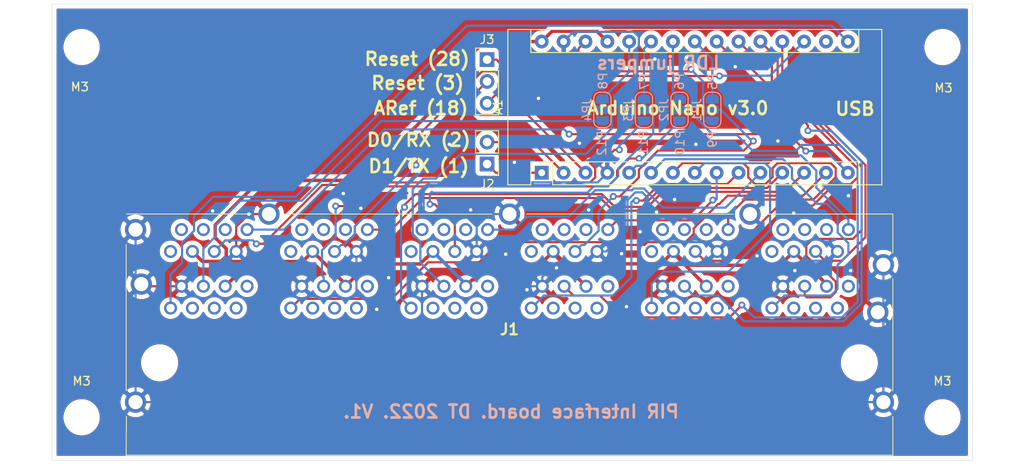
<source format=kicad_pcb>
(kicad_pcb (version 20171130) (host pcbnew "(5.1.4)-1")
  (layers (0 F.Cu signal) (31 B.Cu signal) (34 B.Paste user) (35 F.Paste user) (36 B.SilkS user) (37 F.SilkS user) (38 B.Mask user) (39 F.Mask user) (44 Edge.Cuts user))
  (net 0 "")
  (net 1 P12_DIO-A)
  (net 2 P11_DIO-A)
  (net 3 +5V)
  (net 4 P10_DIO-A)
  (net 5 GND)
  (net 6 P9_DIO-A)
  (net 7 "Net-(A1-Pad28)")
  (net 8 P8_DIO-A)
  (net 9 P7_DIO-A)
  (net 10 "Net-(A1-Pad26)")
  (net 11 P6_DIO-A)
  (net 12 "Net-(A1-Pad25)")
  (net 13 P5_DIO-A)
  (net 14 "Net-(A1-Pad24)")
  (net 15 P4_DIO-A)
  (net 16 "Net-(A1-Pad23)")
  (net 17 P3_DIO-A)
  (net 18 P4_DIO-B)
  (net 19 P2_DIO-A)
  (net 20 P3_DIO-B)
  (net 21 P1_DIO-A)
  (net 22 P2_DIO-B)
  (net 23 P1_DIO-B)
  (net 24 "Net-(A1-Pad3)")
  (net 25 "Net-(A1-Pad18)")
  (net 26 "Net-(A1-Pad2)")
  (net 27 +3V3)
  (net 28 "Net-(A1-Pad1)")
  (net 29 P5_DIO-B)
  (net 30 P9_DIO-B)
  (net 31 P6_DIO-B)
  (net 32 P10_DIO-B)
  (net 33 P7_DIO-B)
  (net 34 P11_DIO-B)
  (net 35 P8_DIO-B)
  (net 36 P12_DIO-B)
  (net 37 P12_POW-B)
  (net 38 P12_Special)
  (net 39 P12_POW-A)
  (net 40 P11_POW-B)
  (net 41 P11_Special)
  (net 42 P11_POW-A)
  (net 43 P10_POW-B)
  (net 44 P10_Special)
  (net 45 P10_POW-A)
  (net 46 P9_POW-B)
  (net 47 P9_Special)
  (net 48 P9_POW-A)
  (net 49 P8_POW-B)
  (net 50 P8_Special)
  (net 51 P8_POW-A)
  (net 52 P7_POW-B)
  (net 53 P7_Special)
  (net 54 P7_POW-A)
  (net 55 P6_POW-B)
  (net 56 P6_Special)
  (net 57 P6_POW-A)
  (net 58 P5_POW-B)
  (net 59 P5_Special)
  (net 60 P5_POW-A)
  (net 61 P4_POW-B)
  (net 62 P4_Special)
  (net 63 P4_POW-A)
  (net 64 P3_POW-B)
  (net 65 P3_Special)
  (net 66 P3_POW-A)
  (net 67 P2_POW-B)
  (net 68 P2_Special)
  (net 69 P2_POW-A)
  (net 70 P1_POW-B)
  (net 71 P1_Special)
  (net 72 P1_POW-A)
  (net 73 "Net-(J1-Pad88)")
  (net 74 "Net-(J1-Pad72)")
  (net 75 "Net-(J1-Pad56)")
  (net 76 "Net-(J1-Pad40)")
  (net 77 "Net-(J1-Pad24)")
  (net 78 "Net-(J1-Pad8)")
  (net 79 "Net-(J1-Pad89)")
  (net 80 "Net-(J1-Pad73)")
  (net 81 "Net-(J1-Pad57)")
  (net 82 "Net-(J1-Pad41)")
  (net 83 "Net-(J1-Pad25)")
  (net 84 "Net-(J1-Pad9)")
  (module SamacSys_Parts:SS73100046F (layer F.Cu) (at 179.07 76.2)
    (fp_text reference J1 (at -39.37 11.586) (layer F.SilkS) (effects (font (size 1.27 1.27) (thickness 0.254))))
    (fp_text value SS73100-046F hide)
    (pad MH11 np_thru_hole circle (at 1.27 15.47) (size 3.3 0) (drill 3.3) (layers *.Cu *.Mask))
    (pad MH10 np_thru_hole circle (at -80.01 15.47) (size 3.3 0) (drill 3.3) (layers *.Cu *.Mask))
    (pad MH9 thru_hole circle (at 4.065 20.04) (size 2.475 2.475) (drill 1.65) (layers *.Cu *.Mask) (net 5 GND))
    (pad MH8 thru_hole circle (at 3.41 9.6) (size 2.475 2.475) (drill 1.65) (layers *.Cu *.Mask) (net 5 GND))
    (pad MH7 thru_hole circle (at 4.065 4.09) (size 2.475 2.475) (drill 1.65) (layers *.Cu *.Mask) (net 5 GND))
    (pad MH6 thru_hole circle (at -11.43 -1.8) (size 2.475 2.475) (drill 1.65) (layers *.Cu *.Mask) (net 5 GND))
    (pad MH5 thru_hole circle (at -39.37 -1.8) (size 2.475 2.475) (drill 1.65) (layers *.Cu *.Mask) (net 5 GND))
    (pad MH4 thru_hole circle (at -67.31 -1.8) (size 2.475 2.475) (drill 1.65) (layers *.Cu *.Mask) (net 5 GND))
    (pad MH3 thru_hole circle (at -82.805 0) (size 2.475 2.475) (drill 1.65) (layers *.Cu *.Mask) (net 5 GND))
    (pad MH2 thru_hole circle (at -82.14 6.33) (size 2.475 2.475) (drill 1.65) (layers *.Cu *.Mask) (net 5 GND))
    (pad MH1 thru_hole circle (at -82.805 20.04) (size 2.475 2.475) (drill 1.65) (layers *.Cu *.Mask) (net 5 GND))
    (pad 96 thru_hole circle (at -78.74 9.12) (size 1.509 1.509) (drill 0.97) (layers *.Cu *.Mask) (net 1 P12_DIO-A))
    (pad 95 thru_hole circle (at -77.47 6.58) (size 1.509 1.509) (drill 0.97) (layers *.Cu *.Mask) (net 5 GND))
    (pad 94 thru_hole circle (at -76.2 9.12) (size 1.509 1.509) (drill 0.97) (layers *.Cu *.Mask) (net 39 P12_POW-A))
    (pad 93 thru_hole circle (at -74.93 6.58) (size 1.509 1.509) (drill 0.97) (layers *.Cu *.Mask) (net 36 P12_DIO-B))
    (pad 92 thru_hole circle (at -73.66 9.12) (size 1.509 1.509) (drill 0.97) (layers *.Cu *.Mask) (net 38 P12_Special))
    (pad 91 thru_hole circle (at -72.39 6.58) (size 1.509 1.509) (drill 0.97) (layers *.Cu *.Mask) (net 3 +5V))
    (pad 90 thru_hole circle (at -71.12 9.12) (size 1.509 1.509) (drill 0.97) (layers *.Cu *.Mask) (net 37 P12_POW-B))
    (pad 89 thru_hole circle (at -69.85 6.58) (size 1.509 1.509) (drill 0.97) (layers *.Cu *.Mask) (net 79 "Net-(J1-Pad89)"))
    (pad 88 thru_hole circle (at -78.74 2.54) (size 1.509 1.509) (drill 0.97) (layers *.Cu *.Mask) (net 73 "Net-(J1-Pad88)"))
    (pad 87 thru_hole circle (at -77.47 0) (size 1.509 1.509) (drill 0.97) (layers *.Cu *.Mask) (net 40 P11_POW-B))
    (pad 86 thru_hole circle (at -76.2 2.54) (size 1.509 1.509) (drill 0.97) (layers *.Cu *.Mask) (net 3 +5V))
    (pad 85 thru_hole circle (at -74.93 0) (size 1.509 1.509) (drill 0.97) (layers *.Cu *.Mask) (net 41 P11_Special))
    (pad 84 thru_hole circle (at -73.66 2.54) (size 1.509 1.509) (drill 0.97) (layers *.Cu *.Mask) (net 34 P11_DIO-B))
    (pad 83 thru_hole circle (at -72.39 0) (size 1.509 1.509) (drill 0.97) (layers *.Cu *.Mask) (net 42 P11_POW-A))
    (pad 82 thru_hole circle (at -71.12 2.54) (size 1.509 1.509) (drill 0.97) (layers *.Cu *.Mask) (net 5 GND))
    (pad 81 thru_hole circle (at -69.85 0) (size 1.509 1.509) (drill 0.97) (layers *.Cu *.Mask) (net 2 P11_DIO-A))
    (pad 80 thru_hole circle (at -64.77 9.12) (size 1.509 1.509) (drill 0.97) (layers *.Cu *.Mask) (net 4 P10_DIO-A))
    (pad 79 thru_hole circle (at -63.5 6.58) (size 1.509 1.509) (drill 0.97) (layers *.Cu *.Mask) (net 5 GND))
    (pad 78 thru_hole circle (at -62.23 9.12) (size 1.509 1.509) (drill 0.97) (layers *.Cu *.Mask) (net 45 P10_POW-A))
    (pad 77 thru_hole circle (at -60.96 6.58) (size 1.509 1.509) (drill 0.97) (layers *.Cu *.Mask) (net 32 P10_DIO-B))
    (pad 76 thru_hole circle (at -59.69 9.12) (size 1.509 1.509) (drill 0.97) (layers *.Cu *.Mask) (net 44 P10_Special))
    (pad 75 thru_hole circle (at -58.42 6.58) (size 1.509 1.509) (drill 0.97) (layers *.Cu *.Mask) (net 3 +5V))
    (pad 74 thru_hole circle (at -57.15 9.12) (size 1.509 1.509) (drill 0.97) (layers *.Cu *.Mask) (net 43 P10_POW-B))
    (pad 73 thru_hole circle (at -55.88 6.58) (size 1.509 1.509) (drill 0.97) (layers *.Cu *.Mask) (net 80 "Net-(J1-Pad73)"))
    (pad 72 thru_hole circle (at -64.77 2.54) (size 1.509 1.509) (drill 0.97) (layers *.Cu *.Mask) (net 74 "Net-(J1-Pad72)"))
    (pad 71 thru_hole circle (at -63.5 0) (size 1.509 1.509) (drill 0.97) (layers *.Cu *.Mask) (net 46 P9_POW-B))
    (pad 70 thru_hole circle (at -62.23 2.54) (size 1.509 1.509) (drill 0.97) (layers *.Cu *.Mask) (net 3 +5V))
    (pad 69 thru_hole circle (at -60.96 0) (size 1.509 1.509) (drill 0.97) (layers *.Cu *.Mask) (net 47 P9_Special))
    (pad 68 thru_hole circle (at -59.69 2.54) (size 1.509 1.509) (drill 0.97) (layers *.Cu *.Mask) (net 30 P9_DIO-B))
    (pad 67 thru_hole circle (at -58.42 0) (size 1.509 1.509) (drill 0.97) (layers *.Cu *.Mask) (net 48 P9_POW-A))
    (pad 66 thru_hole circle (at -57.15 2.54) (size 1.509 1.509) (drill 0.97) (layers *.Cu *.Mask) (net 5 GND))
    (pad 65 thru_hole circle (at -55.88 0) (size 1.509 1.509) (drill 0.97) (layers *.Cu *.Mask) (net 6 P9_DIO-A))
    (pad 64 thru_hole circle (at -50.8 9.12) (size 1.509 1.509) (drill 0.97) (layers *.Cu *.Mask) (net 8 P8_DIO-A))
    (pad 63 thru_hole circle (at -49.53 6.58) (size 1.509 1.509) (drill 0.97) (layers *.Cu *.Mask) (net 5 GND))
    (pad 62 thru_hole circle (at -48.26 9.12) (size 1.509 1.509) (drill 0.97) (layers *.Cu *.Mask) (net 51 P8_POW-A))
    (pad 61 thru_hole circle (at -46.99 6.58) (size 1.509 1.509) (drill 0.97) (layers *.Cu *.Mask) (net 35 P8_DIO-B))
    (pad 60 thru_hole circle (at -45.72 9.12) (size 1.509 1.509) (drill 0.97) (layers *.Cu *.Mask) (net 50 P8_Special))
    (pad 59 thru_hole circle (at -44.45 6.58) (size 1.509 1.509) (drill 0.97) (layers *.Cu *.Mask) (net 3 +5V))
    (pad 58 thru_hole circle (at -43.18 9.12) (size 1.509 1.509) (drill 0.97) (layers *.Cu *.Mask) (net 49 P8_POW-B))
    (pad 57 thru_hole circle (at -41.91 6.58) (size 1.509 1.509) (drill 0.97) (layers *.Cu *.Mask) (net 81 "Net-(J1-Pad57)"))
    (pad 56 thru_hole circle (at -50.8 2.54) (size 1.509 1.509) (drill 0.97) (layers *.Cu *.Mask) (net 75 "Net-(J1-Pad56)"))
    (pad 55 thru_hole circle (at -49.53 0) (size 1.509 1.509) (drill 0.97) (layers *.Cu *.Mask) (net 52 P7_POW-B))
    (pad 54 thru_hole circle (at -48.26 2.54) (size 1.509 1.509) (drill 0.97) (layers *.Cu *.Mask) (net 3 +5V))
    (pad 53 thru_hole circle (at -46.99 0) (size 1.509 1.509) (drill 0.97) (layers *.Cu *.Mask) (net 53 P7_Special))
    (pad 52 thru_hole circle (at -45.72 2.54) (size 1.509 1.509) (drill 0.97) (layers *.Cu *.Mask) (net 33 P7_DIO-B))
    (pad 51 thru_hole circle (at -44.45 0) (size 1.509 1.509) (drill 0.97) (layers *.Cu *.Mask) (net 54 P7_POW-A))
    (pad 50 thru_hole circle (at -43.18 2.54) (size 1.509 1.509) (drill 0.97) (layers *.Cu *.Mask) (net 5 GND))
    (pad 49 thru_hole circle (at -41.91 0) (size 1.509 1.509) (drill 0.97) (layers *.Cu *.Mask) (net 9 P7_DIO-A))
    (pad 48 thru_hole circle (at -36.83 9.12) (size 1.509 1.509) (drill 0.97) (layers *.Cu *.Mask) (net 11 P6_DIO-A))
    (pad 47 thru_hole circle (at -35.56 6.58) (size 1.509 1.509) (drill 0.97) (layers *.Cu *.Mask) (net 5 GND))
    (pad 46 thru_hole circle (at -34.29 9.12) (size 1.509 1.509) (drill 0.97) (layers *.Cu *.Mask) (net 57 P6_POW-A))
    (pad 45 thru_hole circle (at -33.02 6.58) (size 1.509 1.509) (drill 0.97) (layers *.Cu *.Mask) (net 31 P6_DIO-B))
    (pad 44 thru_hole circle (at -31.75 9.12) (size 1.509 1.509) (drill 0.97) (layers *.Cu *.Mask) (net 56 P6_Special))
    (pad 43 thru_hole circle (at -30.48 6.58) (size 1.509 1.509) (drill 0.97) (layers *.Cu *.Mask) (net 3 +5V))
    (pad 42 thru_hole circle (at -29.21 9.12) (size 1.509 1.509) (drill 0.97) (layers *.Cu *.Mask) (net 55 P6_POW-B))
    (pad 41 thru_hole circle (at -27.94 6.58) (size 1.509 1.509) (drill 0.97) (layers *.Cu *.Mask) (net 82 "Net-(J1-Pad41)"))
    (pad 40 thru_hole circle (at -36.83 2.54) (size 1.509 1.509) (drill 0.97) (layers *.Cu *.Mask) (net 76 "Net-(J1-Pad40)"))
    (pad 39 thru_hole circle (at -35.56 0) (size 1.509 1.509) (drill 0.97) (layers *.Cu *.Mask) (net 58 P5_POW-B))
    (pad 38 thru_hole circle (at -34.29 2.54) (size 1.509 1.509) (drill 0.97) (layers *.Cu *.Mask) (net 3 +5V))
    (pad 37 thru_hole circle (at -33.02 0) (size 1.509 1.509) (drill 0.97) (layers *.Cu *.Mask) (net 59 P5_Special))
    (pad 36 thru_hole circle (at -31.75 2.54) (size 1.509 1.509) (drill 0.97) (layers *.Cu *.Mask) (net 29 P5_DIO-B))
    (pad 35 thru_hole circle (at -30.48 0) (size 1.509 1.509) (drill 0.97) (layers *.Cu *.Mask) (net 60 P5_POW-A))
    (pad 34 thru_hole circle (at -29.21 2.54) (size 1.509 1.509) (drill 0.97) (layers *.Cu *.Mask) (net 5 GND))
    (pad 33 thru_hole circle (at -27.94 0) (size 1.509 1.509) (drill 0.97) (layers *.Cu *.Mask) (net 13 P5_DIO-A))
    (pad 32 thru_hole circle (at -22.86 9.12) (size 1.509 1.509) (drill 0.97) (layers *.Cu *.Mask) (net 15 P4_DIO-A))
    (pad 31 thru_hole circle (at -21.59 6.58) (size 1.509 1.509) (drill 0.97) (layers *.Cu *.Mask) (net 5 GND))
    (pad 30 thru_hole circle (at -20.32 9.12) (size 1.509 1.509) (drill 0.97) (layers *.Cu *.Mask) (net 63 P4_POW-A))
    (pad 29 thru_hole circle (at -19.05 6.58) (size 1.509 1.509) (drill 0.97) (layers *.Cu *.Mask) (net 18 P4_DIO-B))
    (pad 28 thru_hole circle (at -17.78 9.12) (size 1.509 1.509) (drill 0.97) (layers *.Cu *.Mask) (net 62 P4_Special))
    (pad 27 thru_hole circle (at -16.51 6.58) (size 1.509 1.509) (drill 0.97) (layers *.Cu *.Mask) (net 3 +5V))
    (pad 26 thru_hole circle (at -15.24 9.12) (size 1.509 1.509) (drill 0.97) (layers *.Cu *.Mask) (net 61 P4_POW-B))
    (pad 25 thru_hole circle (at -13.97 6.58) (size 1.509 1.509) (drill 0.97) (layers *.Cu *.Mask) (net 83 "Net-(J1-Pad25)"))
    (pad 24 thru_hole circle (at -22.86 2.54) (size 1.509 1.509) (drill 0.97) (layers *.Cu *.Mask) (net 77 "Net-(J1-Pad24)"))
    (pad 23 thru_hole circle (at -21.59 0) (size 1.509 1.509) (drill 0.97) (layers *.Cu *.Mask) (net 64 P3_POW-B))
    (pad 22 thru_hole circle (at -20.32 2.54) (size 1.509 1.509) (drill 0.97) (layers *.Cu *.Mask) (net 3 +5V))
    (pad 21 thru_hole circle (at -19.05 0) (size 1.509 1.509) (drill 0.97) (layers *.Cu *.Mask) (net 65 P3_Special))
    (pad 20 thru_hole circle (at -17.78 2.54) (size 1.509 1.509) (drill 0.97) (layers *.Cu *.Mask) (net 20 P3_DIO-B))
    (pad 19 thru_hole circle (at -16.51 0) (size 1.509 1.509) (drill 0.97) (layers *.Cu *.Mask) (net 66 P3_POW-A))
    (pad 18 thru_hole circle (at -15.24 2.54) (size 1.509 1.509) (drill 0.97) (layers *.Cu *.Mask) (net 5 GND))
    (pad 17 thru_hole circle (at -13.97 0) (size 1.509 1.509) (drill 0.97) (layers *.Cu *.Mask) (net 17 P3_DIO-A))
    (pad 16 thru_hole circle (at -8.89 9.12) (size 1.509 1.509) (drill 0.97) (layers *.Cu *.Mask) (net 19 P2_DIO-A))
    (pad 15 thru_hole circle (at -7.62 6.58) (size 1.509 1.509) (drill 0.97) (layers *.Cu *.Mask) (net 5 GND))
    (pad 14 thru_hole circle (at -6.35 9.12) (size 1.509 1.509) (drill 0.97) (layers *.Cu *.Mask) (net 69 P2_POW-A))
    (pad 13 thru_hole circle (at -5.08 6.58) (size 1.509 1.509) (drill 0.97) (layers *.Cu *.Mask) (net 22 P2_DIO-B))
    (pad 12 thru_hole circle (at -3.81 9.12) (size 1.509 1.509) (drill 0.97) (layers *.Cu *.Mask) (net 68 P2_Special))
    (pad 11 thru_hole circle (at -2.54 6.58) (size 1.509 1.509) (drill 0.97) (layers *.Cu *.Mask) (net 3 +5V))
    (pad 10 thru_hole circle (at -1.27 9.12) (size 1.509 1.509) (drill 0.97) (layers *.Cu *.Mask) (net 67 P2_POW-B))
    (pad 9 thru_hole circle (at 0 6.58) (size 1.509 1.509) (drill 0.97) (layers *.Cu *.Mask) (net 84 "Net-(J1-Pad9)"))
    (pad 8 thru_hole circle (at -8.89 2.54) (size 1.509 1.509) (drill 0.97) (layers *.Cu *.Mask) (net 78 "Net-(J1-Pad8)"))
    (pad 7 thru_hole circle (at -7.62 0) (size 1.509 1.509) (drill 0.97) (layers *.Cu *.Mask) (net 70 P1_POW-B))
    (pad 6 thru_hole circle (at -6.35 2.54) (size 1.509 1.509) (drill 0.97) (layers *.Cu *.Mask) (net 3 +5V))
    (pad 5 thru_hole circle (at -5.08 0) (size 1.509 1.509) (drill 0.97) (layers *.Cu *.Mask) (net 71 P1_Special))
    (pad 4 thru_hole circle (at -3.81 2.54) (size 1.509 1.509) (drill 0.97) (layers *.Cu *.Mask) (net 23 P1_DIO-B))
    (pad 3 thru_hole circle (at -2.54 0) (size 1.509 1.509) (drill 0.97) (layers *.Cu *.Mask) (net 72 P1_POW-A))
    (pad 2 thru_hole circle (at -1.27 2.54) (size 1.509 1.509) (drill 0.97) (layers *.Cu *.Mask) (net 5 GND))
    (pad 1 thru_hole circle (at 0 0) (size 1.509 1.509) (drill 0.97) (layers *.Cu *.Mask) (net 21 P1_DIO-A))
  )
  (module MountingHole:MountingHole_3.2mm_M3 (layer F.Cu) (at 190 55)
    (fp_text reference M3 (at 0.119 4.7535) (layer F.SilkS))
    (fp_text value MountingHole_3.2mm_M3)
    (pad 1 np_thru_hole circle (at 0 0) (size 3.2 3.2) (drill 3.2) (layers *.Cu *.Mask))
  )
  (module MountingHole:MountingHole_3.2mm_M3 (layer F.Cu) (at 90 55)
    (fp_text reference M3 (at -0.211 4.6265) (layer F.SilkS))
    (fp_text value MountingHole_3.2mm_M3)
    (pad 1 np_thru_hole circle (at 0 0) (size 3.2 3.2) (drill 3.2) (layers *.Cu *.Mask))
  )
  (module MountingHole:MountingHole_3.2mm_M3 (layer F.Cu) (at 190 98)
    (fp_text reference M3 (at 0 -4.2) (layer F.SilkS))
    (fp_text value MountingHole_3.2mm_M3)
    (pad 1 np_thru_hole circle (at 0 0) (size 3.2 3.2) (drill 3.2) (layers *.Cu *.Mask))
  )
  (module MountingHole:MountingHole_3.2mm_M3 (layer F.Cu) (at 90 98)
    (fp_text reference M3 (at 0 -4.2) (layer F.SilkS))
    (fp_text value MountingHole_3.2mm_M3)
    (pad 1 np_thru_hole circle (at 0 0) (size 3.2 3.2) (drill 3.2) (layers *.Cu *.Mask))
  )
  (module Module:Arduino_Nano (layer F.Cu) (at 143.4465 69.596 90)
    (fp_text reference A1 (at 7.62 -5.08 90) (layer F.SilkS))
    (fp_text value Arduino_Nano_v3.x)
    (pad 16 thru_hole oval (at 15.24 35.56 90) (size 1.6 1.6) (drill 0.8) (layers *.Cu *.Mask) (net 1 P12_DIO-A))
    (pad 15 thru_hole oval (at 0 35.56 90) (size 1.6 1.6) (drill 0.8) (layers *.Cu *.Mask) (net 2 P11_DIO-A))
    (pad 30 thru_hole oval (at 15.24 0 90) (size 1.6 1.6) (drill 0.8) (layers *.Cu *.Mask) (net 3 +5V))
    (pad 14 thru_hole oval (at 0 33.02 90) (size 1.6 1.6) (drill 0.8) (layers *.Cu *.Mask) (net 4 P10_DIO-A))
    (pad 29 thru_hole oval (at 15.24 2.54 90) (size 1.6 1.6) (drill 0.8) (layers *.Cu *.Mask) (net 5 GND))
    (pad 13 thru_hole oval (at 0 30.48 90) (size 1.6 1.6) (drill 0.8) (layers *.Cu *.Mask) (net 6 P9_DIO-A))
    (pad 28 thru_hole oval (at 15.24 5.08 90) (size 1.6 1.6) (drill 0.8) (layers *.Cu *.Mask) (net 7 "Net-(A1-Pad28)"))
    (pad 12 thru_hole oval (at 0 27.94 90) (size 1.6 1.6) (drill 0.8) (layers *.Cu *.Mask) (net 8 P8_DIO-A))
    (pad 27 thru_hole oval (at 15.24 7.62 90) (size 1.6 1.6) (drill 0.8) (layers *.Cu *.Mask) (net 3 +5V))
    (pad 11 thru_hole oval (at 0 25.4 90) (size 1.6 1.6) (drill 0.8) (layers *.Cu *.Mask) (net 9 P7_DIO-A))
    (pad 26 thru_hole oval (at 15.24 10.16 90) (size 1.6 1.6) (drill 0.8) (layers *.Cu *.Mask) (net 10 "Net-(A1-Pad26)"))
    (pad 10 thru_hole oval (at 0 22.86 90) (size 1.6 1.6) (drill 0.8) (layers *.Cu *.Mask) (net 11 P6_DIO-A))
    (pad 25 thru_hole oval (at 15.24 12.7 90) (size 1.6 1.6) (drill 0.8) (layers *.Cu *.Mask) (net 12 "Net-(A1-Pad25)"))
    (pad 9 thru_hole oval (at 0 20.32 90) (size 1.6 1.6) (drill 0.8) (layers *.Cu *.Mask) (net 13 P5_DIO-A))
    (pad 24 thru_hole oval (at 15.24 15.24 90) (size 1.6 1.6) (drill 0.8) (layers *.Cu *.Mask) (net 14 "Net-(A1-Pad24)"))
    (pad 8 thru_hole oval (at 0 17.78 90) (size 1.6 1.6) (drill 0.8) (layers *.Cu *.Mask) (net 15 P4_DIO-A))
    (pad 23 thru_hole oval (at 15.24 17.78 90) (size 1.6 1.6) (drill 0.8) (layers *.Cu *.Mask) (net 16 "Net-(A1-Pad23)"))
    (pad 7 thru_hole oval (at 0 15.24 90) (size 1.6 1.6) (drill 0.8) (layers *.Cu *.Mask) (net 17 P3_DIO-A))
    (pad 22 thru_hole oval (at 15.24 20.32 90) (size 1.6 1.6) (drill 0.8) (layers *.Cu *.Mask) (net 18 P4_DIO-B))
    (pad 6 thru_hole oval (at 0 12.7 90) (size 1.6 1.6) (drill 0.8) (layers *.Cu *.Mask) (net 19 P2_DIO-A))
    (pad 21 thru_hole oval (at 15.24 22.86 90) (size 1.6 1.6) (drill 0.8) (layers *.Cu *.Mask) (net 20 P3_DIO-B))
    (pad 5 thru_hole oval (at 0 10.16 90) (size 1.6 1.6) (drill 0.8) (layers *.Cu *.Mask) (net 21 P1_DIO-A))
    (pad 20 thru_hole oval (at 15.24 25.4 90) (size 1.6 1.6) (drill 0.8) (layers *.Cu *.Mask) (net 22 P2_DIO-B))
    (pad 4 thru_hole oval (at 0 7.62 90) (size 1.6 1.6) (drill 0.8) (layers *.Cu *.Mask) (net 5 GND))
    (pad 19 thru_hole oval (at 15.24 27.94 90) (size 1.6 1.6) (drill 0.8) (layers *.Cu *.Mask) (net 23 P1_DIO-B))
    (pad 3 thru_hole oval (at 0 5.08 90) (size 1.6 1.6) (drill 0.8) (layers *.Cu *.Mask) (net 24 "Net-(A1-Pad3)"))
    (pad 18 thru_hole oval (at 15.24 30.48 90) (size 1.6 1.6) (drill 0.8) (layers *.Cu *.Mask) (net 25 "Net-(A1-Pad18)"))
    (pad 2 thru_hole oval (at 0 2.54 90) (size 1.6 1.6) (drill 0.8) (layers *.Cu *.Mask) (net 26 "Net-(A1-Pad2)"))
    (pad 17 thru_hole oval (at 15.24 33.02 90) (size 1.6 1.6) (drill 0.8) (layers *.Cu *.Mask) (net 27 +3V3))
    (pad 1 thru_hole rect (at 0 0 90) (size 1.6 1.6) (drill 0.8) (layers *.Cu *.Mask) (net 28 "Net-(A1-Pad1)"))
  )
  (module Jumper:SolderJumper-3_P1.3mm_Bridged12_RoundedPad1.0x1.5mm_NumberLabels (layer B.Cu) (at 150.495 62.2935 270)
    (fp_text reference JP4 (at 0 1.8 270) (layer B.SilkS) (effects (justify mirror)))
    (fp_text value SolderJumper_3_Bridged12)
    (fp_poly (pts (xy -0.9 0.3) (xy -0.4 0.3) (xy -0.4 -0.3) (xy -0.9 -0.3)) (layer B.Cu) (width 0))
    (fp_text user P8 (at -3.3655 -0.0635 270) (layer B.SilkS) (effects (justify mirror)))
    (fp_text user P12 (at 3.8735 0.0635 270) (layer B.SilkS) (effects (justify mirror)))
    (pad 1 smd custom (at -1.3 0 270) (size 1 0.5) (layers B.Cu B.Mask) (net 10 "Net-(A1-Pad26)") (options (clearance outline) (anchor rect)) (primitives (gr_poly (pts (xy 0.55 0.75) (xy 0 0.75) (xy 0 -0.75) (xy 0.55 -0.75)) (width 0)) (gr_circle (center 0 -0.25) (end 0.5 -0.25) (width 0)) (gr_circle (center 0 0.25) (end 0.5 0.25) (width 0))))
    (pad 2 smd rect (at 0 0 270) (size 1 1.5) (layers B.Cu B.Mask) (net 35 P8_DIO-B))
    (pad 3 smd custom (at 1.3 0 270) (size 1 0.5) (layers B.Cu B.Mask) (net 36 P12_DIO-B) (options (clearance outline) (anchor rect)) (primitives (gr_circle (center 0 -0.25) (end 0.5 -0.25) (width 0)) (gr_circle (center 0 0.25) (end 0.5 0.25) (width 0)) (gr_poly (pts (xy -0.55 0.75) (xy 0 0.75) (xy 0 -0.75) (xy -0.55 -0.75)) (width 0))))
  )
  (module Jumper:SolderJumper-3_P1.3mm_Bridged12_RoundedPad1.0x1.5mm_NumberLabels (layer B.Cu) (at 155.321 62.2935 270)
    (fp_text reference JP3 (at 0 1.8 270) (layer B.SilkS) (effects (justify mirror)))
    (fp_text value SolderJumper_3_Bridged12)
    (fp_poly (pts (xy -0.9 0.3) (xy -0.4 0.3) (xy -0.4 -0.3) (xy -0.9 -0.3)) (layer B.Cu) (width 0))
    (fp_text user P7 (at -3.302 -0.0635 270) (layer B.SilkS) (effects (justify mirror)))
    (fp_text user P11 (at 3.81 0.0635 270) (layer B.SilkS) (effects (justify mirror)))
    (pad 1 smd custom (at -1.3 0 270) (size 1 0.5) (layers B.Cu B.Mask) (net 12 "Net-(A1-Pad25)") (options (clearance outline) (anchor rect)) (primitives (gr_poly (pts (xy 0.55 0.75) (xy 0 0.75) (xy 0 -0.75) (xy 0.55 -0.75)) (width 0)) (gr_circle (center 0 -0.25) (end 0.5 -0.25) (width 0)) (gr_circle (center 0 0.25) (end 0.5 0.25) (width 0))))
    (pad 2 smd rect (at 0 0 270) (size 1 1.5) (layers B.Cu B.Mask) (net 33 P7_DIO-B))
    (pad 3 smd custom (at 1.3 0 270) (size 1 0.5) (layers B.Cu B.Mask) (net 34 P11_DIO-B) (options (clearance outline) (anchor rect)) (primitives (gr_circle (center 0 -0.25) (end 0.5 -0.25) (width 0)) (gr_circle (center 0 0.25) (end 0.5 0.25) (width 0)) (gr_poly (pts (xy -0.55 0.75) (xy 0 0.75) (xy 0 -0.75) (xy -0.55 -0.75)) (width 0))))
  )
  (module Jumper:SolderJumper-3_P1.3mm_Bridged12_RoundedPad1.0x1.5mm_NumberLabels (layer B.Cu) (at 159.4485 62.2935 270)
    (fp_text reference JP2 (at 0 1.8 270) (layer B.SilkS) (effects (justify mirror)))
    (fp_text value SolderJumper_3_Bridged12)
    (fp_poly (pts (xy -0.9 0.3) (xy -0.4 0.3) (xy -0.4 -0.3) (xy -0.9 -0.3)) (layer B.Cu) (width 0))
    (fp_text user P6 (at -3.302 0 270) (layer B.SilkS) (effects (justify mirror)))
    (fp_text user P10 (at 3.81 -0.0635 270) (layer B.SilkS) (effects (justify mirror)))
    (pad 1 smd custom (at -1.3 0 270) (size 1 0.5) (layers B.Cu B.Mask) (net 14 "Net-(A1-Pad24)") (options (clearance outline) (anchor rect)) (primitives (gr_poly (pts (xy 0.55 0.75) (xy 0 0.75) (xy 0 -0.75) (xy 0.55 -0.75)) (width 0)) (gr_circle (center 0 -0.25) (end 0.5 -0.25) (width 0)) (gr_circle (center 0 0.25) (end 0.5 0.25) (width 0))))
    (pad 2 smd rect (at 0 0 270) (size 1 1.5) (layers B.Cu B.Mask) (net 31 P6_DIO-B))
    (pad 3 smd custom (at 1.3 0 270) (size 1 0.5) (layers B.Cu B.Mask) (net 32 P10_DIO-B) (options (clearance outline) (anchor rect)) (primitives (gr_circle (center 0 -0.25) (end 0.5 -0.25) (width 0)) (gr_circle (center 0 0.25) (end 0.5 0.25) (width 0)) (gr_poly (pts (xy -0.55 0.75) (xy 0 0.75) (xy 0 -0.75) (xy -0.55 -0.75)) (width 0))))
  )
  (module Jumper:SolderJumper-3_P1.3mm_Bridged12_RoundedPad1.0x1.5mm_NumberLabels (layer B.Cu) (at 163.2585 62.2935 270)
    (fp_text reference JP1 (at 0 1.8 90) (layer B.SilkS) (effects (justify mirror)))
    (fp_text value SolderJumper_3_Bridged12)
    (fp_poly (pts (xy -0.9 0.3) (xy -0.4 0.3) (xy -0.4 -0.3) (xy -0.9 -0.3)) (layer B.Cu) (width 0))
    (fp_text user P5 (at -3.302 -0.0635 90) (layer B.SilkS) (effects (justify mirror)))
    (fp_text user P9 (at 3.429 0 90) (layer B.SilkS) (effects (justify mirror)))
    (pad 1 smd custom (at -1.3 0 270) (size 1 0.5) (layers B.Cu B.Mask) (net 16 "Net-(A1-Pad23)") (options (clearance outline) (anchor rect)) (primitives (gr_poly (pts (xy 0.55 0.75) (xy 0 0.75) (xy 0 -0.75) (xy 0.55 -0.75)) (width 0)) (gr_circle (center 0 -0.25) (end 0.5 -0.25) (width 0)) (gr_circle (center 0 0.25) (end 0.5 0.25) (width 0))))
    (pad 2 smd rect (at 0 0 270) (size 1 1.5) (layers B.Cu B.Mask) (net 29 P5_DIO-B))
    (pad 3 smd custom (at 1.3 0 270) (size 1 0.5) (layers B.Cu B.Mask) (net 30 P9_DIO-B) (options (clearance outline) (anchor rect)) (primitives (gr_circle (center 0 -0.25) (end 0.5 -0.25) (width 0)) (gr_circle (center 0 0.25) (end 0.5 0.25) (width 0)) (gr_poly (pts (xy -0.55 0.75) (xy 0 0.75) (xy 0 -0.75) (xy -0.55 -0.75)) (width 0))))
  )
  (module Connector_PinHeader_2.54mm:PinHeader_1x03_P2.54mm_Vertical (layer F.Cu) (at 137.0965 56.4515)
    (fp_text reference J3 (at 0 -2.33) (layer F.SilkS))
    (fp_text value Conn_01x03_Female)
    (pad 3 thru_hole oval (at 0 5.08) (size 1.7 1.7) (drill 1) (layers *.Cu *.Mask) (net 25 "Net-(A1-Pad18)"))
    (pad 2 thru_hole oval (at 0 2.54) (size 1.7 1.7) (drill 1) (layers *.Cu *.Mask) (net 24 "Net-(A1-Pad3)"))
    (pad 1 thru_hole rect (at 0 0) (size 1.7 1.7) (drill 1) (layers *.Cu *.Mask) (net 7 "Net-(A1-Pad28)"))
  )
  (module Connector_PinHeader_2.54mm:PinHeader_1x02_P2.54mm_Vertical (layer F.Cu) (at 137.0965 68.58 180)
    (fp_text reference J2 (at 0 -2.33) (layer F.SilkS))
    (fp_text value Conn_01x02_Female)
    (pad 2 thru_hole oval (at 0 2.54 180) (size 1.7 1.7) (drill 1) (layers *.Cu *.Mask) (net 26 "Net-(A1-Pad2)"))
    (pad 1 thru_hole rect (at 0 0 180) (size 1.7 1.7) (drill 1) (layers *.Cu *.Mask) (net 28 "Net-(A1-Pad1)"))
  )
  (gr_text "LDR jumpers" (at 156.972 56.8325) (layer B.SilkS) (effects (font (size 1.5 1.5) (thickness 0.3)) (justify mirror)))
  (gr_text "PIR Interface board. DT 2022. V1." (at 139.8905 97.3455) (layer B.SilkS) (effects (font (size 1.5 1.5) (thickness 0.3)) (justify mirror)))
  (gr_line (start 86.5505 50) (end 193.4845 49.997) (layer Edge.Cuts) (width 0.05))
  (gr_line (start 193.4845 102.997) (end 193.4845 49.997) (layer Edge.Cuts) (width 0.05))
  (gr_line (start 86.5505 103) (end 193.4845 103) (layer Edge.Cuts) (width 0.05))
  (gr_line (start 86.5505 50) (end 86.5505 103) (layer Edge.Cuts) (width 0.05))
  (gr_text USB (at 179.832 62.1665) (layer F.SilkS) (effects (font (size 1.5 1.5) (thickness 0.3))))
  (gr_text "Arduino Nano v3.0" (at 159.258 62.103) (layer F.SilkS) (effects (font (size 1.5 1.5) (thickness 0.3))))
  (gr_text "ARef (18)" (at 129.413 62.103) (layer F.SilkS) (effects (font (size 1.5 1.5) (thickness 0.3))))
  (gr_text "Reset (3)" (at 129.032 59.182) (layer F.SilkS) (effects (font (size 1.5 1.5) (thickness 0.3))))
  (gr_text "Reset (28)" (at 128.9685 56.388) (layer F.SilkS) (effects (font (size 1.5 1.5) (thickness 0.3))))
  (gr_text "D1/TX (1)" (at 129.159 68.834) (layer F.SilkS) (effects (font (size 1.5 1.5) (thickness 0.3))))
  (gr_text "D0/RX (2)" (at 129.159 65.786) (layer F.SilkS) (effects (font (size 1.5 1.5) (thickness 0.3))))
  (segment (start 103.060499 76.337163) (end 101.668581 77.729081) (width 0.25) (layer B.Cu) (net 1))
  (segment (start 179.0065 54.356) (end 177.165 52.5145) (width 0.25) (layer B.Cu) (net 1))
  (segment (start 177.165 52.5145) (end 134.747 52.5145) (width 0.25) (layer B.Cu) (net 1))
  (segment (start 134.747 52.5145) (end 114.874012 72.387488) (width 0.25) (layer B.Cu) (net 1))
  (segment (start 114.874012 72.387488) (end 105.285512 72.387488) (width 0.25) (layer B.Cu) (net 1))
  (segment (start 105.285512 72.387488) (end 103.060499 74.612501) (width 0.25) (layer B.Cu) (net 1))
  (segment (start 103.060499 74.612501) (end 103.060499 76.337163) (width 0.25) (layer B.Cu) (net 1))
  (segment (start 100.33 81.407) (end 101.668581 80.068419) (width 0.25) (layer B.Cu) (net 1))
  (segment (start 100.33 85.32) (end 100.33 81.407) (width 0.25) (layer B.Cu) (net 1))
  (segment (start 101.668581 77.729081) (end 101.668581 80.068419) (width 0.25) (layer B.Cu) (net 1))
  (segment (start 179.0065 69.596) (end 177.2285 67.818) (width 0.25) (layer B.Cu) (net 2))
  (segment (start 146.067991 64.560501) (end 146.6215 65.11401) (width 0.25) (layer B.Cu) (net 2))
  (segment (start 125.177499 64.560501) (end 146.067991 64.560501) (width 0.25) (layer B.Cu) (net 2))
  (segment (start 109.22 76.2) (end 113.538 76.2) (width 0.25) (layer B.Cu) (net 2))
  (segment (start 113.538 76.2) (end 125.177499 64.560501) (width 0.25) (layer B.Cu) (net 2))
  (via (at 146.6215 65.11401) (size 0.8) (drill 0.4) (layers F.Cu B.Cu) (net 2))
  (segment (start 172.152337 65.11401) (end 174.120837 67.08251) (width 0.25) (layer F.Cu) (net 2))
  (segment (start 176.49301 67.08251) (end 174.120837 67.08251) (width 0.25) (layer B.Cu) (net 2))
  (segment (start 146.6215 65.11401) (end 172.152337 65.11401) (width 0.25) (layer F.Cu) (net 2))
  (segment (start 179.0065 69.596) (end 176.49301 67.08251) (width 0.25) (layer B.Cu) (net 2))
  (via (at 174.120837 67.08251) (size 0.8) (drill 0.4) (layers F.Cu B.Cu) (net 2))
  (segment (start 149.866499 53.155999) (end 151.0665 54.356) (width 0.4) (layer F.Cu) (net 3))
  (segment (start 144.646501 53.155999) (end 149.866499 53.155999) (width 0.4) (layer F.Cu) (net 3))
  (segment (start 143.4465 54.356) (end 144.646501 53.155999) (width 0.4) (layer F.Cu) (net 3))
  (segment (start 135.1915 57.8485) (end 122.65025 70.38975) (width 0.4) (layer F.Cu) (net 3))
  (segment (start 143.4465 54.356) (end 136.771998 54.356) (width 0.4) (layer F.Cu) (net 3))
  (segment (start 136.771998 54.356) (end 135.1915 55.936498) (width 0.4) (layer F.Cu) (net 3))
  (segment (start 122.65025 70.38975) (end 122.555 70.485) (width 0.25) (layer F.Cu) (net 3))
  (segment (start 135.1915 55.936498) (end 135.1915 57.8485) (width 0.4) (layer F.Cu) (net 3))
  (segment (start 106.795499 78.416837) (end 106.795499 79.294161) (width 0.4) (layer F.Cu) (net 3))
  (segment (start 105.525499 77.146837) (end 106.795499 78.416837) (width 0.4) (layer F.Cu) (net 3))
  (segment (start 106.795499 79.294161) (end 107.411007 79.909669) (width 0.4) (layer F.Cu) (net 3))
  (segment (start 105.525499 75.645839) (end 105.525499 77.146837) (width 0.4) (layer F.Cu) (net 3))
  (segment (start 110.686338 70.485) (end 105.525499 75.645839) (width 0.4) (layer F.Cu) (net 3))
  (segment (start 122.555 70.485) (end 110.686338 70.485) (width 0.4) (layer F.Cu) (net 3))
  (segment (start 107.411007 79.909669) (end 110.717331 79.909669) (width 0.4) (layer F.Cu) (net 3))
  (segment (start 106.195159 79.894501) (end 106.795499 79.294161) (width 0.4) (layer F.Cu) (net 3))
  (segment (start 104.024501 79.894501) (end 106.195159 79.894501) (width 0.4) (layer F.Cu) (net 3))
  (segment (start 102.87 78.74) (end 104.024501 79.894501) (width 0.4) (layer F.Cu) (net 3))
  (segment (start 157.314999 80.175001) (end 158.75 78.74) (width 0.4) (layer F.Cu) (net 3))
  (segment (start 146.215001 80.175001) (end 157.314999 80.175001) (width 0.4) (layer F.Cu) (net 3))
  (segment (start 144.78 78.74) (end 146.215001 80.175001) (width 0.4) (layer F.Cu) (net 3))
  (segment (start 171.115488 80.344512) (end 172.72 78.74) (width 0.4) (layer F.Cu) (net 3))
  (segment (start 158.75 78.74) (end 160.354512 80.344512) (width 0.4) (layer F.Cu) (net 3))
  (segment (start 160.354512 80.344512) (end 171.115488 80.344512) (width 0.4) (layer F.Cu) (net 3))
  (segment (start 120.65 82.55) (end 120.65 82.78) (width 0.4) (layer F.Cu) (net 3))
  (segment (start 116.84 78.74) (end 120.65 82.55) (width 0.4) (layer F.Cu) (net 3))
  (segment (start 102.87 78.97) (end 102.87 78.74) (width 0.4) (layer F.Cu) (net 3))
  (segment (start 109.550331 79.909669) (end 110.717331 79.909669) (width 0.4) (layer F.Cu) (net 3))
  (segment (start 106.68 82.78) (end 109.550331 79.909669) (width 0.4) (layer F.Cu) (net 3))
  (segment (start 115.670331 79.909669) (end 116.84 78.74) (width 0.4) (layer F.Cu) (net 3))
  (segment (start 110.717331 79.909669) (end 115.670331 79.909669) (width 0.4) (layer F.Cu) (net 3))
  (segment (start 158.75 78.97) (end 158.75 78.74) (width 0.4) (layer F.Cu) (net 3))
  (segment (start 162.56 82.78) (end 158.75 78.97) (width 0.4) (layer F.Cu) (net 3))
  (segment (start 176.53 82.55) (end 176.53 82.78) (width 0.4) (layer F.Cu) (net 3))
  (segment (start 172.72 78.74) (end 176.53 82.55) (width 0.4) (layer F.Cu) (net 3))
  (segment (start 144.78 78.97) (end 144.78 78.74) (width 0.4) (layer F.Cu) (net 3))
  (segment (start 148.59 82.78) (end 144.78 78.97) (width 0.4) (layer F.Cu) (net 3))
  (segment (start 134.62 82.55) (end 134.62 82.78) (width 0.4) (layer B.Cu) (net 3))
  (segment (start 130.81 78.74) (end 134.62 82.55) (width 0.4) (layer B.Cu) (net 3))
  (segment (start 144.78 78.74) (end 143.175488 80.344512) (width 0.4) (layer F.Cu) (net 3))
  (segment (start 135.374499 82.025501) (end 134.62 82.78) (width 0.4) (layer F.Cu) (net 3))
  (segment (start 143.175488 80.344512) (end 137.313965 80.344512) (width 0.4) (layer F.Cu) (net 3))
  (segment (start 130.055501 79.494499) (end 130.81 78.74) (width 0.4) (layer F.Cu) (net 3))
  (segment (start 123.237001 80.192999) (end 129.313025 80.192999) (width 0.4) (layer F.Cu) (net 3))
  (segment (start 130.011525 79.494499) (end 130.055501 79.494499) (width 0.4) (layer F.Cu) (net 3))
  (segment (start 137.313965 80.344512) (end 135.632976 82.025501) (width 0.4) (layer F.Cu) (net 3))
  (segment (start 129.313025 80.192999) (end 130.011525 79.494499) (width 0.4) (layer F.Cu) (net 3))
  (segment (start 120.65 82.78) (end 123.237001 80.192999) (width 0.4) (layer F.Cu) (net 3))
  (segment (start 135.632976 82.025501) (end 135.374499 82.025501) (width 0.4) (layer F.Cu) (net 3))
  (segment (start 152.527 77.978) (end 152.209499 77.660499) (width 0.25) (layer F.Cu) (net 4))
  (segment (start 176.4665 69.596) (end 173.7995 72.263) (width 0.25) (layer F.Cu) (net 4))
  (segment (start 173.7995 72.263) (end 165.0365 72.263) (width 0.25) (layer F.Cu) (net 4))
  (segment (start 161.099501 76.696426) (end 160.135428 77.660499) (width 0.25) (layer F.Cu) (net 4))
  (segment (start 138.503459 77.660499) (end 136.166184 79.997774) (width 0.25) (layer F.Cu) (net 4))
  (segment (start 165.0365 72.263) (end 164.057331 73.242169) (width 0.25) (layer F.Cu) (net 4))
  (segment (start 163.920169 73.242169) (end 161.099501 76.062837) (width 0.25) (layer F.Cu) (net 4))
  (segment (start 155.374338 77.978) (end 152.527 77.978) (width 0.25) (layer F.Cu) (net 4))
  (segment (start 155.691839 77.660499) (end 155.374338 77.978) (width 0.25) (layer F.Cu) (net 4))
  (segment (start 160.135428 77.660499) (end 155.691839 77.660499) (width 0.25) (layer F.Cu) (net 4))
  (segment (start 152.209499 77.660499) (end 138.503459 77.660499) (width 0.25) (layer F.Cu) (net 4))
  (segment (start 161.099501 76.062837) (end 161.099501 76.696426) (width 0.25) (layer F.Cu) (net 4))
  (segment (start 164.057331 73.242169) (end 163.920169 73.242169) (width 0.25) (layer F.Cu) (net 4))
  (segment (start 115.379501 84.240499) (end 126.008001 84.240499) (width 0.25) (layer F.Cu) (net 4))
  (segment (start 114.3 85.32) (end 115.379501 84.240499) (width 0.25) (layer F.Cu) (net 4))
  (segment (start 126.008001 84.240499) (end 130.250726 79.997774) (width 0.25) (layer F.Cu) (net 4))
  (segment (start 130.250726 79.997774) (end 136.166184 79.997774) (width 0.25) (layer F.Cu) (net 4))
  (segment (start 135.89 78.74) (end 135.89 75.872338) (width 0.25) (layer B.Cu) (net 5))
  (segment (start 139.7 74.4) (end 137.362338 74.4) (width 0.25) (layer B.Cu) (net 5))
  (segment (start 149.86 78.74) (end 147.955 80.645) (width 0.25) (layer B.Cu) (net 5))
  (segment (start 137.795 80.645) (end 135.89 78.74) (width 0.25) (layer B.Cu) (net 5))
  (segment (start 147.955 80.645) (end 145.161 80.645) (width 0.25) (layer B.Cu) (net 5))
  (segment (start 147.111501 53.230999) (end 145.9865 54.356) (width 0.25) (layer B.Cu) (net 5))
  (segment (start 154.731501 53.815999) (end 154.146501 53.230999) (width 0.25) (layer B.Cu) (net 5))
  (segment (start 154.731501 54.896001) (end 154.731501 53.815999) (width 0.25) (layer B.Cu) (net 5))
  (segment (start 154.146501 55.481001) (end 154.731501 54.896001) (width 0.25) (layer B.Cu) (net 5))
  (segment (start 154.146501 63.283997) (end 154.146501 55.481001) (width 0.25) (layer B.Cu) (net 5))
  (segment (start 150.04592 67.384578) (end 154.146501 63.283997) (width 0.25) (layer B.Cu) (net 5))
  (segment (start 150.04592 68.57542) (end 150.04592 67.384578) (width 0.25) (layer B.Cu) (net 5))
  (segment (start 154.146501 53.230999) (end 147.111501 53.230999) (width 0.25) (layer B.Cu) (net 5))
  (segment (start 151.0665 69.596) (end 150.04592 68.57542) (width 0.25) (layer B.Cu) (net 5))
  (segment (start 149.941499 70.721001) (end 130.446999 70.721001) (width 0.25) (layer B.Cu) (net 5))
  (segment (start 151.0665 69.596) (end 149.941499 70.721001) (width 0.25) (layer B.Cu) (net 5))
  (segment (start 130.446999 70.721001) (end 129.7305 71.4375) (width 0.25) (layer B.Cu) (net 5))
  (segment (start 129.7305 71.4375) (end 129.7305 74.3585) (width 0.25) (layer B.Cu) (net 5))
  (segment (start 135.704581 75.686919) (end 136.075419 75.686919) (width 0.25) (layer B.Cu) (net 5))
  (segment (start 134.376162 74.3585) (end 135.704581 75.686919) (width 0.25) (layer B.Cu) (net 5))
  (segment (start 129.7305 74.3585) (end 134.376162 74.3585) (width 0.25) (layer B.Cu) (net 5))
  (segment (start 135.89 75.872338) (end 136.075419 75.686919) (width 0.25) (layer B.Cu) (net 5))
  (segment (start 136.075419 75.686919) (end 137.362338 74.4) (width 0.25) (layer B.Cu) (net 5))
  (segment (start 110.83925 84.664823) (end 110.83925 81.62925) (width 0.25) (layer B.Cu) (net 5))
  (segment (start 107.95 78.74) (end 110.83925 81.62925) (width 0.25) (layer B.Cu) (net 5))
  (segment (start 107.95 75.872338) (end 107.95 78.74) (width 0.25) (layer F.Cu) (net 5))
  (segment (start 111.76 74.4) (end 109.422338 74.4) (width 0.25) (layer F.Cu) (net 5))
  (segment (start 109.422338 74.4) (end 107.95 75.872338) (width 0.25) (layer F.Cu) (net 5))
  (segment (start 121.92 83.107662) (end 121.92 78.74) (width 0.25) (layer B.Cu) (net 5))
  (segment (start 126.239838 87.4275) (end 124.276419 85.464081) (width 0.25) (layer B.Cu) (net 5))
  (segment (start 154.317005 71.876491) (end 155.126401 71.876491) (width 0.25) (layer B.Cu) (net 5))
  (segment (start 149.86 78.74) (end 150.927024 78.74) (width 0.25) (layer B.Cu) (net 5))
  (segment (start 155.771009 76.140599) (end 157.290909 77.660499) (width 0.25) (layer B.Cu) (net 5))
  (segment (start 157.290909 77.660499) (end 162.750499 77.660499) (width 0.25) (layer B.Cu) (net 5))
  (segment (start 162.750499 77.660499) (end 163.83 78.74) (width 0.25) (layer B.Cu) (net 5))
  (segment (start 150.927024 78.74) (end 153.410489 76.256535) (width 0.25) (layer B.Cu) (net 5))
  (segment (start 153.410489 76.256535) (end 153.410489 72.783007) (width 0.25) (layer B.Cu) (net 5))
  (segment (start 153.410489 72.783007) (end 154.317005 71.876491) (width 0.25) (layer B.Cu) (net 5))
  (segment (start 155.126401 71.876491) (end 155.771009 72.521099) (width 0.25) (layer B.Cu) (net 5))
  (segment (start 155.771009 72.521099) (end 155.771009 76.140599) (width 0.25) (layer B.Cu) (net 5))
  (segment (start 112.681176 86.50675) (end 112.147213 85.972787) (width 0.25) (layer B.Cu) (net 5))
  (segment (start 112.147213 85.972787) (end 110.83925 84.664823) (width 0.25) (layer B.Cu) (net 5))
  (segment (start 178.28 85.8) (end 177.8 85.32) (width 0.25) (layer F.Cu) (net 67))
  (via (at 143.0655 60.96) (size 0.8) (drill 0.4) (layers F.Cu B.Cu) (net 5))
  (via (at 132.715 66.294) (size 0.8) (drill 0.4) (layers F.Cu B.Cu) (net 5))
  (via (at 153.289 85.1535) (size 0.8) (drill 0.4) (layers F.Cu B.Cu) (net 5))
  (segment (start 124.276419 85.464081) (end 121.92 83.107662) (width 0.25) (layer B.Cu) (net 5))
  (via (at 124.276419 85.464081) (size 0.8) (drill 0.4) (layers F.Cu B.Cu) (net 5))
  (via (at 135.1915 73.914) (size 0.8) (drill 0.4) (layers F.Cu B.Cu) (net 5))
  (segment (start 145.161 80.645) (end 137.795 80.645) (width 0.25) (layer B.Cu) (net 5))
  (via (at 145.161 80.645) (size 0.8) (drill 0.4) (layers F.Cu B.Cu) (net 5))
  (via (at 134.4295 69.5325) (size 0.8) (drill 0.4) (layers F.Cu B.Cu) (net 5))
  (via (at 147.828 66.167) (size 0.8) (drill 0.4) (layers F.Cu B.Cu) (net 5))
  (segment (start 161.2265 66.167) (end 161.3535 66.294) (width 0.25) (layer F.Cu) (net 5))
  (segment (start 147.828 66.167) (end 161.2265 66.167) (width 0.25) (layer F.Cu) (net 5))
  (via (at 161.3535 66.294) (size 0.8) (drill 0.4) (layers F.Cu B.Cu) (net 5))
  (via (at 120.396 72.009) (size 0.8) (drill 0.4) (layers F.Cu B.Cu) (net 5))
  (via (at 122.428 73.7235) (size 0.8) (drill 0.4) (layers F.Cu B.Cu) (net 5))
  (via (at 141.732 83.185) (size 0.8) (drill 0.4) (layers F.Cu B.Cu) (net 5))
  (via (at 172.847 80.9625) (size 0.8) (drill 0.4) (layers F.Cu B.Cu) (net 5))
  (via (at 154.8765 76.454) (size 0.8) (drill 0.4) (layers F.Cu B.Cu) (net 5))
  (via (at 140.2715 68.3895) (size 0.8) (drill 0.4) (layers F.Cu B.Cu) (net 5))
  (via (at 156.7815 74.168) (size 0.8) (drill 0.4) (layers F.Cu B.Cu) (net 5))
  (via (at 158.877 72.7075) (size 0.8) (drill 0.4) (layers F.Cu B.Cu) (net 5))
  (via (at 165.9255 57.277) (size 0.8) (drill 0.4) (layers F.Cu B.Cu) (net 5))
  (via (at 160.274 56.1975) (size 0.8) (drill 0.4) (layers F.Cu B.Cu) (net 5))
  (via (at 156.591 56.388) (size 0.8) (drill 0.4) (layers F.Cu B.Cu) (net 5))
  (via (at 109.422338 74.4) (size 0.8) (drill 0.4) (layers F.Cu B.Cu) (net 5))
  (via (at 105.2195 74.041) (size 0.8) (drill 0.4) (layers F.Cu B.Cu) (net 5))
  (via (at 148.9075 73.914) (size 0.8) (drill 0.4) (layers F.Cu B.Cu) (net 5))
  (segment (start 129.54 87.225) (end 129.3375 87.4275) (width 0.25) (layer B.Cu) (net 5))
  (segment (start 129.54 82.78) (end 129.54 87.225) (width 0.25) (layer B.Cu) (net 5))
  (segment (start 129.3375 87.4275) (end 126.239838 87.4275) (width 0.25) (layer B.Cu) (net 5))
  (segment (start 142.137 82.78) (end 143.51 82.78) (width 0.25) (layer B.Cu) (net 5))
  (segment (start 137.4895 87.4275) (end 142.137 82.78) (width 0.25) (layer B.Cu) (net 5))
  (segment (start 129.3375 87.4275) (end 137.4895 87.4275) (width 0.25) (layer B.Cu) (net 5))
  (segment (start 144.577976 80.645) (end 145.161 80.645) (width 0.25) (layer B.Cu) (net 5))
  (segment (start 143.51 81.712976) (end 144.577976 80.645) (width 0.25) (layer B.Cu) (net 5))
  (segment (start 143.51 82.78) (end 143.51 81.712976) (width 0.25) (layer B.Cu) (net 5))
  (segment (start 183.135 96.24) (end 183.135 80.29) (width 0.25) (layer B.Cu) (net 5))
  (segment (start 173.246999 80.562501) (end 172.847 80.9625) (width 0.25) (layer B.Cu) (net 5))
  (segment (start 173.989999 79.819501) (end 173.246999 80.562501) (width 0.25) (layer B.Cu) (net 5))
  (segment (start 176.720499 79.819501) (end 173.989999 79.819501) (width 0.25) (layer B.Cu) (net 5))
  (segment (start 177.8 78.74) (end 176.720499 79.819501) (width 0.25) (layer B.Cu) (net 5))
  (segment (start 183.135 86.455) (end 182.48 85.8) (width 0.25) (layer B.Cu) (net 5))
  (segment (start 183.135 96.24) (end 183.135 86.455) (width 0.25) (layer B.Cu) (net 5))
  (segment (start 181.384911 96.24) (end 96.265 96.24) (width 0.25) (layer B.Cu) (net 5))
  (segment (start 183.135 96.24) (end 181.384911 96.24) (width 0.25) (layer B.Cu) (net 5))
  (segment (start 100.875964 94.005536) (end 101.498536 94.005536) (width 0.25) (layer B.Cu) (net 5))
  (segment (start 99.878999 95.002501) (end 100.875964 94.005536) (width 0.25) (layer B.Cu) (net 5))
  (segment (start 97.502499 95.002501) (end 99.878999 95.002501) (width 0.25) (layer B.Cu) (net 5))
  (segment (start 96.265 96.24) (end 97.502499 95.002501) (width 0.25) (layer B.Cu) (net 5))
  (segment (start 100.501572 95.002501) (end 101.498536 94.005536) (width 0.25) (layer B.Cu) (net 5))
  (segment (start 101.498536 94.005536) (end 110.83925 84.664823) (width 0.25) (layer B.Cu) (net 5))
  (segment (start 96.265 96.24) (end 96.265 76.2) (width 0.25) (layer B.Cu) (net 5))
  (segment (start 97.18 82.78) (end 96.93 82.53) (width 0.25) (layer F.Cu) (net 5))
  (segment (start 101.6 82.78) (end 97.18 82.78) (width 0.25) (layer F.Cu) (net 5))
  (via (at 139.2555 79.0575) (size 0.8) (drill 0.4) (layers F.Cu B.Cu) (net 5))
  (via (at 125.6665 81.788) (size 0.8) (drill 0.4) (layers F.Cu B.Cu) (net 5))
  (via (at 168.4655 79.248) (size 0.8) (drill 0.4) (layers F.Cu B.Cu) (net 5))
  (via (at 170.8785 65.913) (size 0.8) (drill 0.4) (layers F.Cu B.Cu) (net 5))
  (via (at 152.7175 78.994) (size 0.8) (drill 0.4) (layers F.Cu B.Cu) (net 5))
  (via (at 179.07 72.263) (size 0.8) (drill 0.4) (layers F.Cu B.Cu) (net 5))
  (via (at 172.72 74.295) (size 0.8) (drill 0.4) (layers F.Cu B.Cu) (net 5))
  (via (at 179.324 80.9625) (size 0.8) (drill 0.4) (layers F.Cu B.Cu) (net 5))
  (segment (start 129.643971 72.533533) (end 125.977504 76.2) (width 0.25) (layer F.Cu) (net 6))
  (segment (start 125.977504 76.2) (end 123.19 76.2) (width 0.25) (layer F.Cu) (net 6))
  (segment (start 157.503744 71.812991) (end 155.307223 74.009512) (width 0.25) (layer F.Cu) (net 6))
  (segment (start 155.307223 74.009512) (end 151.72928 74.009512) (width 0.25) (layer F.Cu) (net 6))
  (segment (start 151.72928 74.009512) (end 150.253301 72.533533) (width 0.25) (layer F.Cu) (net 6))
  (segment (start 150.253301 72.533533) (end 129.643971 72.533533) (width 0.25) (layer F.Cu) (net 6))
  (segment (start 171.70951 71.81299) (end 157.503744 71.812991) (width 0.25) (layer F.Cu) (net 6))
  (segment (start 173.9265 69.596) (end 171.70951 71.81299) (width 0.25) (layer F.Cu) (net 6))
  (segment (start 138.1965 56.4515) (end 137.0965 56.4515) (width 0.25) (layer F.Cu) (net 7))
  (segment (start 147.726501 55.155999) (end 147.726501 55.282999) (width 0.25) (layer F.Cu) (net 7))
  (segment (start 148.5265 54.356) (end 147.726501 55.155999) (width 0.25) (layer F.Cu) (net 7))
  (segment (start 147.726501 55.282999) (end 145.8595 57.15) (width 0.25) (layer F.Cu) (net 7))
  (segment (start 138.37675 56.65225) (end 138.8745 57.15) (width 0.25) (layer F.Cu) (net 7))
  (segment (start 138.37675 56.63175) (end 138.37675 56.65225) (width 0.25) (layer F.Cu) (net 7))
  (segment (start 145.8595 57.15) (end 138.8745 57.15) (width 0.25) (layer F.Cu) (net 7))
  (segment (start 138.37675 56.63175) (end 138.1965 56.4515) (width 0.25) (layer F.Cu) (net 7))
  (segment (start 151.915679 73.559501) (end 150.4397 72.083522) (width 0.25) (layer F.Cu) (net 8))
  (segment (start 157.317344 71.36298) (end 155.120823 73.559501) (width 0.25) (layer F.Cu) (net 8))
  (segment (start 171.3865 69.596) (end 169.61952 71.36298) (width 0.25) (layer F.Cu) (net 8))
  (segment (start 169.61952 71.36298) (end 157.317344 71.36298) (width 0.25) (layer F.Cu) (net 8))
  (segment (start 155.120823 73.559501) (end 151.915679 73.559501) (width 0.25) (layer F.Cu) (net 8))
  (segment (start 150.4397 72.083522) (end 128.766978 72.083522) (width 0.25) (layer F.Cu) (net 8))
  (segment (start 127.508 73.3425) (end 127.508 73.5965) (width 0.25) (layer F.Cu) (net 8))
  (via (at 127.508 73.5965) (size 0.8) (drill 0.4) (layers F.Cu B.Cu) (net 8))
  (segment (start 128.766978 72.083522) (end 127.508 73.3425) (width 0.25) (layer F.Cu) (net 8))
  (segment (start 127.108001 84.158001) (end 128.27 85.32) (width 0.25) (layer B.Cu) (net 8))
  (segment (start 127.108001 73.996499) (end 127.108001 84.158001) (width 0.25) (layer B.Cu) (net 8))
  (segment (start 127.508 73.5965) (end 127.108001 73.996499) (width 0.25) (layer B.Cu) (net 8))
  (segment (start 140.212502 76.2) (end 137.16 76.2) (width 0.25) (layer B.Cu) (net 9))
  (segment (start 168.8465 69.596) (end 164.79352 73.64898) (width 0.25) (layer B.Cu) (net 9))
  (segment (start 157.535301 73.64898) (end 155.312801 71.42648) (width 0.25) (layer B.Cu) (net 9))
  (segment (start 155.312801 71.42648) (end 154.130605 71.42648) (width 0.25) (layer B.Cu) (net 9))
  (segment (start 164.79352 73.64898) (end 157.535301 73.64898) (width 0.25) (layer B.Cu) (net 9))
  (segment (start 141.736502 74.676) (end 140.212502 76.2) (width 0.25) (layer B.Cu) (net 9))
  (segment (start 153.926542 71.630542) (end 149.666958 71.630542) (width 0.25) (layer B.Cu) (net 9))
  (segment (start 149.666958 71.630542) (end 146.6215 74.676) (width 0.25) (layer B.Cu) (net 9))
  (segment (start 146.6215 74.676) (end 141.736502 74.676) (width 0.25) (layer B.Cu) (net 9))
  (segment (start 154.130605 71.42648) (end 153.926542 71.630542) (width 0.25) (layer B.Cu) (net 9))
  (segment (start 153.6065 57.882) (end 150.495 60.9935) (width 0.25) (layer B.Cu) (net 10))
  (segment (start 153.6065 54.356) (end 153.6065 57.882) (width 0.25) (layer B.Cu) (net 10))
  (segment (start 155.209414 72.8345) (end 156.249457 71.794457) (width 0.25) (layer F.Cu) (net 11))
  (segment (start 157.130942 70.912971) (end 156.249457 71.794457) (width 0.25) (layer F.Cu) (net 11))
  (segment (start 154.432 72.8345) (end 155.209414 72.8345) (width 0.25) (layer F.Cu) (net 11))
  (segment (start 166.3065 69.596) (end 164.989529 70.912971) (width 0.25) (layer F.Cu) (net 11))
  (segment (start 164.989529 70.912971) (end 157.130942 70.912971) (width 0.25) (layer F.Cu) (net 11))
  (segment (start 154.051 72.8345) (end 154.432 72.8345) (width 0.25) (layer B.Cu) (net 11))
  (segment (start 153.8605 73.025) (end 154.051 72.8345) (width 0.25) (layer B.Cu) (net 11))
  (via (at 154.432 72.8345) (size 0.8) (drill 0.4) (layers F.Cu B.Cu) (net 11))
  (segment (start 153.8605 81.718685) (end 153.8605 73.025) (width 0.25) (layer B.Cu) (net 11))
  (segment (start 151.719684 83.859501) (end 153.8605 81.718685) (width 0.25) (layer B.Cu) (net 11))
  (segment (start 143.700499 83.859501) (end 151.719684 83.859501) (width 0.25) (layer B.Cu) (net 11))
  (segment (start 142.24 85.32) (end 143.700499 83.859501) (width 0.25) (layer B.Cu) (net 11))
  (segment (start 155.321 55.1815) (end 156.1465 54.356) (width 0.25) (layer B.Cu) (net 12))
  (segment (start 155.321 61.027) (end 155.321 55.1815) (width 0.25) (layer B.Cu) (net 12))
  (segment (start 151.13 76.2) (end 152.209501 75.120499) (width 0.25) (layer F.Cu) (net 13))
  (segment (start 163.7665 69.596) (end 163.7665 72.644) (width 0.25) (layer B.Cu) (net 13))
  (via (at 163.322 72.771) (size 0.8) (drill 0.4) (layers F.Cu B.Cu) (net 13))
  (segment (start 163.7665 72.644) (end 163.6395 72.771) (width 0.25) (layer B.Cu) (net 13))
  (segment (start 163.6395 72.771) (end 163.322 72.771) (width 0.25) (layer B.Cu) (net 13))
  (segment (start 160.972501 75.120499) (end 152.209501 75.120499) (width 0.25) (layer F.Cu) (net 13))
  (segment (start 163.322 72.771) (end 160.972501 75.120499) (width 0.25) (layer F.Cu) (net 13))
  (segment (start 158.6865 60.2315) (end 159.4485 60.9935) (width 0.25) (layer B.Cu) (net 14))
  (segment (start 158.6865 54.356) (end 158.6865 60.2315) (width 0.25) (layer B.Cu) (net 14))
  (segment (start 162.351501 68.470999) (end 161.2265 69.596) (width 0.25) (layer B.Cu) (net 15))
  (segment (start 169.386501 68.470999) (end 162.351501 68.470999) (width 0.25) (layer B.Cu) (net 15))
  (segment (start 169.971501 69.055999) (end 169.386501 68.470999) (width 0.25) (layer B.Cu) (net 15))
  (segment (start 169.971501 76.268519) (end 169.971501 69.055999) (width 0.25) (layer B.Cu) (net 15))
  (segment (start 157.61349 81.08301) (end 165.15701 81.08301) (width 0.25) (layer B.Cu) (net 15))
  (segment (start 156.21 82.4865) (end 157.61349 81.08301) (width 0.25) (layer B.Cu) (net 15))
  (segment (start 156.21 85.32) (end 156.21 82.4865) (width 0.25) (layer B.Cu) (net 15))
  (segment (start 165.15701 81.08301) (end 169.971501 76.268519) (width 0.25) (layer B.Cu) (net 15))
  (segment (start 163.2585 56.388) (end 163.2585 60.9935) (width 0.25) (layer B.Cu) (net 16))
  (segment (start 161.2265 54.356) (end 163.2585 56.388) (width 0.25) (layer B.Cu) (net 16))
  (segment (start 177.591501 70.120589) (end 174.99908 72.71301) (width 0.25) (layer F.Cu) (net 17))
  (segment (start 170.261499 69.055999) (end 170.846499 68.470999) (width 0.25) (layer F.Cu) (net 17))
  (segment (start 177.591501 69.055999) (end 177.591501 70.120589) (width 0.25) (layer F.Cu) (net 17))
  (segment (start 170.846499 68.470999) (end 177.006501 68.470999) (width 0.25) (layer F.Cu) (net 17))
  (segment (start 165.1 75.132976) (end 165.1 76.2) (width 0.25) (layer F.Cu) (net 17))
  (segment (start 167.014488 72.71301) (end 165.1 74.627498) (width 0.25) (layer F.Cu) (net 17))
  (segment (start 166.846501 68.470999) (end 167.431501 69.055999) (width 0.25) (layer F.Cu) (net 17))
  (segment (start 158.6865 69.596) (end 159.811501 68.470999) (width 0.25) (layer F.Cu) (net 17))
  (segment (start 177.006501 68.470999) (end 177.591501 69.055999) (width 0.25) (layer F.Cu) (net 17))
  (segment (start 165.1 74.627498) (end 165.1 75.132976) (width 0.25) (layer F.Cu) (net 17))
  (segment (start 170.261499 70.084591) (end 170.261499 69.055999) (width 0.25) (layer F.Cu) (net 17))
  (segment (start 174.99908 72.71301) (end 167.014488 72.71301) (width 0.25) (layer F.Cu) (net 17))
  (segment (start 169.43312 70.91297) (end 170.261499 70.084591) (width 0.25) (layer F.Cu) (net 17))
  (segment (start 168.20847 70.91297) (end 169.43312 70.91297) (width 0.25) (layer F.Cu) (net 17))
  (segment (start 167.431501 70.136001) (end 168.20847 70.91297) (width 0.25) (layer F.Cu) (net 17))
  (segment (start 167.431501 69.055999) (end 167.431501 70.136001) (width 0.25) (layer F.Cu) (net 17))
  (segment (start 159.811501 68.470999) (end 166.846501 68.470999) (width 0.25) (layer F.Cu) (net 17))
  (via (at 174.371 64.7065) (size 0.8) (drill 0.4) (layers F.Cu B.Cu) (net 18))
  (segment (start 163.7665 54.356) (end 165.4175 56.007) (width 0.25) (layer F.Cu) (net 18))
  (segment (start 165.4175 56.007) (end 166.3065 56.007) (width 0.25) (layer F.Cu) (net 18))
  (segment (start 174.3075 64.077315) (end 174.3075 64.008) (width 0.25) (layer F.Cu) (net 18))
  (segment (start 174.371 64.140815) (end 174.3075 64.077315) (width 0.25) (layer F.Cu) (net 18))
  (segment (start 174.371 64.7065) (end 174.371 64.140815) (width 0.25) (layer F.Cu) (net 18))
  (segment (start 166.3065 56.007) (end 174.3075 64.008) (width 0.25) (layer F.Cu) (net 18))
  (segment (start 160.02 82.78) (end 161.099501 83.859501) (width 0.25) (layer B.Cu) (net 18))
  (segment (start 163.967163 83.859501) (end 166.957174 86.849512) (width 0.25) (layer B.Cu) (net 18))
  (segment (start 177.054821 64.7065) (end 174.936685 64.7065) (width 0.25) (layer B.Cu) (net 18))
  (segment (start 174.936685 64.7065) (end 174.371 64.7065) (width 0.25) (layer B.Cu) (net 18))
  (segment (start 180.599512 68.251192) (end 177.054821 64.7065) (width 0.25) (layer B.Cu) (net 18))
  (segment (start 180.599512 84.754561) (end 180.599512 68.251192) (width 0.25) (layer B.Cu) (net 18))
  (segment (start 161.099501 83.859501) (end 163.967163 83.859501) (width 0.25) (layer B.Cu) (net 18))
  (segment (start 178.504561 86.849512) (end 180.599512 84.754561) (width 0.25) (layer B.Cu) (net 18))
  (segment (start 166.957174 86.849512) (end 178.504561 86.849512) (width 0.25) (layer B.Cu) (net 18))
  (segment (start 176.581493 73.209989) (end 175.443579 73.209989) (width 0.25) (layer B.Cu) (net 19))
  (segment (start 175.443579 73.209989) (end 172.511501 70.277911) (width 0.25) (layer B.Cu) (net 19))
  (segment (start 177.826502 74.454998) (end 176.581493 73.209989) (width 0.25) (layer B.Cu) (net 19))
  (segment (start 177.826502 76.544002) (end 177.826502 74.454998) (width 0.25) (layer B.Cu) (net 19))
  (segment (start 179.07 77.7875) (end 177.826502 76.544002) (width 0.25) (layer B.Cu) (net 19))
  (segment (start 172.511501 69.055999) (end 171.47649 68.020988) (width 0.25) (layer B.Cu) (net 19))
  (segment (start 157.721512 68.020988) (end 156.1465 69.596) (width 0.25) (layer B.Cu) (net 19))
  (segment (start 171.47649 68.020988) (end 157.721512 68.020988) (width 0.25) (layer B.Cu) (net 19))
  (segment (start 172.511501 70.277911) (end 172.511501 69.055999) (width 0.25) (layer B.Cu) (net 19))
  (segment (start 179.07 77.7875) (end 179.07 79.067662) (width 0.25) (layer B.Cu) (net 19))
  (segment (start 177.048161 83.859501) (end 177.8 83.107662) (width 0.25) (layer B.Cu) (net 19))
  (segment (start 170.18 85.32) (end 171.640499 83.859501) (width 0.25) (layer B.Cu) (net 19))
  (segment (start 171.640499 83.859501) (end 177.048161 83.859501) (width 0.25) (layer B.Cu) (net 19))
  (segment (start 177.8 80.337662) (end 178.567081 79.570581) (width 0.25) (layer B.Cu) (net 19))
  (segment (start 177.8 83.107662) (end 177.8 80.337662) (width 0.25) (layer B.Cu) (net 19))
  (segment (start 179.07 79.067662) (end 178.567081 79.570581) (width 0.25) (layer B.Cu) (net 19))
  (segment (start 162.369501 79.819501) (end 161.29 78.74) (width 0.25) (layer F.Cu) (net 20))
  (segment (start 164.533001 79.819501) (end 162.369501 79.819501) (width 0.25) (layer F.Cu) (net 20))
  (segment (start 177.411999 70.936501) (end 174.9425 73.406) (width 0.25) (layer F.Cu) (net 20))
  (segment (start 170.946502 73.406) (end 164.533001 79.819501) (width 0.25) (layer F.Cu) (net 20))
  (segment (start 180.1495 70.118002) (end 179.331001 70.936501) (width 0.25) (layer F.Cu) (net 20))
  (segment (start 174.9425 73.406) (end 170.946502 73.406) (width 0.25) (layer F.Cu) (net 20))
  (segment (start 179.331001 70.936501) (end 177.411999 70.936501) (width 0.25) (layer F.Cu) (net 20))
  (segment (start 168.021 56.0705) (end 169.037 56.0705) (width 0.25) (layer F.Cu) (net 20))
  (segment (start 169.037 56.0705) (end 170.178589 57.212089) (width 0.25) (layer F.Cu) (net 20))
  (segment (start 170.178589 57.212089) (end 170.178589 59.119911) (width 0.25) (layer F.Cu) (net 20))
  (segment (start 170.178589 59.119911) (end 180.1495 69.090822) (width 0.25) (layer F.Cu) (net 20))
  (segment (start 166.3065 54.356) (end 168.021 56.0705) (width 0.25) (layer F.Cu) (net 20))
  (segment (start 180.1495 69.090822) (end 180.1495 70.118002) (width 0.25) (layer F.Cu) (net 20))
  (segment (start 179.07 75.062085) (end 179.07 76.2) (width 0.25) (layer B.Cu) (net 21))
  (segment (start 154.406499 68.796001) (end 155.281497 68.796001) (width 0.25) (layer B.Cu) (net 21))
  (segment (start 156.506521 67.570977) (end 173.566479 67.570977) (width 0.25) (layer B.Cu) (net 21))
  (segment (start 175.341499 69.345997) (end 175.341499 71.333584) (width 0.25) (layer B.Cu) (net 21))
  (segment (start 175.341499 71.333584) (end 179.07 75.062085) (width 0.25) (layer B.Cu) (net 21))
  (segment (start 153.6065 69.596) (end 154.406499 68.796001) (width 0.25) (layer B.Cu) (net 21))
  (segment (start 173.566479 67.570977) (end 175.341499 69.345997) (width 0.25) (layer B.Cu) (net 21))
  (segment (start 155.281497 68.796001) (end 156.506521 67.570977) (width 0.25) (layer B.Cu) (net 21))
  (segment (start 180.599511 68.904421) (end 170.846045 59.150955) (width 0.25) (layer F.Cu) (net 22))
  (segment (start 180.599511 76.268151) (end 180.599511 68.904421) (width 0.25) (layer F.Cu) (net 22))
  (segment (start 174.942499 77.279501) (end 179.588161 77.279501) (width 0.25) (layer F.Cu) (net 22))
  (segment (start 174.180499 78.041501) (end 174.942499 77.279501) (width 0.25) (layer F.Cu) (net 22))
  (segment (start 170.846045 59.150955) (end 170.846045 56.355545) (width 0.25) (layer F.Cu) (net 22))
  (segment (start 174.180499 79.258161) (end 174.180499 78.041501) (width 0.25) (layer F.Cu) (net 22))
  (segment (start 175.685324 80.337662) (end 175.26 80.337662) (width 0.25) (layer F.Cu) (net 22))
  (segment (start 175.26 80.337662) (end 174.180499 79.258161) (width 0.25) (layer F.Cu) (net 22))
  (segment (start 173.99 82.78) (end 173.99 83.847024) (width 0.25) (layer F.Cu) (net 22))
  (segment (start 179.588161 77.279501) (end 180.599511 76.268151) (width 0.25) (layer F.Cu) (net 22))
  (segment (start 173.99 83.847024) (end 174.216976 84.074) (width 0.25) (layer F.Cu) (net 22))
  (segment (start 174.216976 84.074) (end 176.9745 84.074) (width 0.25) (layer F.Cu) (net 22))
  (segment (start 176.9745 84.074) (end 177.609501 83.438999) (width 0.25) (layer F.Cu) (net 22))
  (segment (start 177.609501 83.438999) (end 177.609501 82.261839) (width 0.25) (layer F.Cu) (net 22))
  (segment (start 170.846045 56.355545) (end 168.8465 54.356) (width 0.25) (layer F.Cu) (net 22))
  (segment (start 177.609501 82.261839) (end 175.685324 80.337662) (width 0.25) (layer F.Cu) (net 22))
  (segment (start 176.339501 79.819501) (end 175.26 78.74) (width 0.25) (layer F.Cu) (net 23))
  (segment (start 171.3865 59.055) (end 181.04952 68.71802) (width 0.25) (layer F.Cu) (net 23))
  (segment (start 181.04952 68.71802) (end 181.04952 68.886476) (width 0.25) (layer F.Cu) (net 23))
  (segment (start 181.04952 68.886476) (end 181.049522 68.886478) (width 0.25) (layer F.Cu) (net 23))
  (segment (start 178.318161 79.819501) (end 176.339501 79.819501) (width 0.25) (layer F.Cu) (net 23))
  (segment (start 181.049522 68.886478) (end 181.049522 77.08814) (width 0.25) (layer F.Cu) (net 23))
  (segment (start 171.3865 54.356) (end 171.3865 59.055) (width 0.25) (layer F.Cu) (net 23))
  (segment (start 181.049522 77.08814) (end 178.318161 79.819501) (width 0.25) (layer F.Cu) (net 23))
  (segment (start 148.5265 69.596) (end 141.822002 62.891502) (width 0.25) (layer F.Cu) (net 24))
  (segment (start 135.35025 61.933754) (end 136.307998 62.891502) (width 0.25) (layer F.Cu) (net 24))
  (segment (start 135.35025 60.73775) (end 135.35025 61.933754) (width 0.25) (layer F.Cu) (net 24))
  (segment (start 141.822002 62.891502) (end 136.307998 62.891502) (width 0.25) (layer F.Cu) (net 24))
  (segment (start 135.35025 60.73775) (end 137.0965 58.9915) (width 0.25) (layer F.Cu) (net 24))
  (via (at 164.084 58.3565) (size 0.8) (drill 0.4) (layers F.Cu B.Cu) (net 25))
  (segment (start 164.11575 58.32475) (end 164.084 58.3565) (width 0.25) (layer B.Cu) (net 25))
  (segment (start 169.95775 58.32475) (end 164.11575 58.32475) (width 0.25) (layer B.Cu) (net 25))
  (segment (start 173.9265 54.356) (end 169.95775 58.32475) (width 0.25) (layer B.Cu) (net 25))
  (segment (start 138.43 60.198) (end 137.0965 61.5315) (width 0.25) (layer F.Cu) (net 25))
  (segment (start 138.43 59.2455) (end 138.43 60.198) (width 0.25) (layer F.Cu) (net 25))
  (segment (start 164.084 58.3565) (end 139.319 58.3565) (width 0.25) (layer F.Cu) (net 25))
  (segment (start 139.319 58.3565) (end 138.43 59.2455) (width 0.25) (layer F.Cu) (net 25))
  (segment (start 142.4305 66.04) (end 145.9865 69.596) (width 0.25) (layer F.Cu) (net 26))
  (segment (start 137.0965 66.04) (end 142.4305 66.04) (width 0.25) (layer F.Cu) (net 26))
  (segment (start 138.1125 69.596) (end 137.0965 68.58) (width 0.25) (layer F.Cu) (net 28))
  (segment (start 143.4465 69.596) (end 138.1125 69.596) (width 0.25) (layer F.Cu) (net 28))
  (via (at 168.021 65.913) (size 0.8) (drill 0.4) (layers F.Cu B.Cu) (net 29))
  (segment (start 167.878 65.913) (end 168.021 65.913) (width 0.25) (layer B.Cu) (net 29))
  (segment (start 163.2585 62.2935) (end 164.2585 62.2935) (width 0.25) (layer B.Cu) (net 29))
  (segment (start 164.2585 62.2935) (end 167.878 65.913) (width 0.25) (layer B.Cu) (net 29))
  (via (at 151.755085 72.355552) (size 0.8) (drill 0.4) (layers F.Cu B.Cu) (net 29))
  (segment (start 148.074499 77.985501) (end 147.32 78.74) (width 0.25) (layer B.Cu) (net 29))
  (segment (start 148.402161 77.985501) (end 148.074499 77.985501) (width 0.25) (layer B.Cu) (net 29))
  (segment (start 150.050499 76.337163) (end 148.402161 77.985501) (width 0.25) (layer B.Cu) (net 29))
  (segment (start 150.050499 74.060138) (end 150.050499 76.337163) (width 0.25) (layer B.Cu) (net 29))
  (segment (start 151.755085 72.355552) (end 150.050499 74.060138) (width 0.25) (layer B.Cu) (net 29))
  (segment (start 152.51195 72.355552) (end 151.755085 72.355552) (width 0.25) (layer F.Cu) (net 29))
  (segment (start 154.731501 69.232999) (end 154.731501 70.136001) (width 0.25) (layer F.Cu) (net 29))
  (segment (start 154.731501 70.136001) (end 152.51195 72.355552) (width 0.25) (layer F.Cu) (net 29))
  (segment (start 156.945498 67.019002) (end 154.731501 69.232999) (width 0.25) (layer F.Cu) (net 29))
  (segment (start 166.914998 67.019002) (end 156.945498 67.019002) (width 0.25) (layer F.Cu) (net 29))
  (segment (start 168.021 65.913) (end 166.914998 67.019002) (width 0.25) (layer F.Cu) (net 29))
  (segment (start 162.410908 63.5935) (end 163.2585 63.5935) (width 0.25) (layer B.Cu) (net 30))
  (segment (start 162.183499 63.053501) (end 162.183499 58.995999) (width 0.25) (layer B.Cu) (net 30))
  (segment (start 162.248499 63.118501) (end 162.183499 63.053501) (width 0.25) (layer B.Cu) (net 30))
  (segment (start 162.410908 63.5935) (end 162.248499 63.431091) (width 0.25) (layer B.Cu) (net 30))
  (segment (start 162.248499 63.431091) (end 162.248499 63.118501) (width 0.25) (layer B.Cu) (net 30))
  (segment (start 128.905 65.443998) (end 128.905 68.58) (width 0.25) (layer F.Cu) (net 30))
  (segment (start 136.532499 57.816499) (end 128.905 65.443998) (width 0.25) (layer F.Cu) (net 30))
  (segment (start 160.560001 57.816499) (end 136.532499 57.816499) (width 0.25) (layer F.Cu) (net 30))
  (via (at 128.8415 68.707) (size 0.8) (drill 0.4) (layers F.Cu B.Cu) (net 30))
  (segment (start 121.729501 75.818999) (end 128.8415 68.707) (width 0.25) (layer B.Cu) (net 30))
  (segment (start 121.729501 76.718161) (end 121.729501 75.818999) (width 0.25) (layer B.Cu) (net 30))
  (segment (start 120.462161 77.985501) (end 121.729501 76.718161) (width 0.25) (layer B.Cu) (net 30))
  (segment (start 119.38 78.74) (end 120.134499 77.985501) (width 0.25) (layer B.Cu) (net 30))
  (segment (start 120.134499 77.985501) (end 120.462161 77.985501) (width 0.25) (layer B.Cu) (net 30))
  (via (at 160.782 57.5945) (size 0.8) (drill 0.4) (layers F.Cu B.Cu) (net 30))
  (segment (start 160.560001 57.816499) (end 160.782 57.5945) (width 0.25) (layer F.Cu) (net 30))
  (segment (start 162.183499 58.995999) (end 160.782 57.5945) (width 0.25) (layer B.Cu) (net 30))
  (segment (start 146.05 82.78) (end 147.129501 83.859501) (width 0.25) (layer F.Cu) (net 31))
  (segment (start 165.250999 86.399501) (end 152.741499 86.399501) (width 0.25) (layer F.Cu) (net 31))
  (segment (start 147.129501 83.859501) (end 150.201499 83.859501) (width 0.25) (layer F.Cu) (net 31))
  (segment (start 150.201499 83.859501) (end 152.741499 86.399501) (width 0.25) (layer F.Cu) (net 31))
  (segment (start 163.3775 65.2225) (end 166.130496 65.2225) (width 0.25) (layer B.Cu) (net 31))
  (segment (start 159.4485 62.2935) (end 160.4485 62.2935) (width 0.25) (layer B.Cu) (net 31))
  (segment (start 173.6725 66.3575) (end 178.069412 66.3575) (width 0.25) (layer B.Cu) (net 31))
  (segment (start 172.979511 67.050489) (end 173.6725 66.3575) (width 0.25) (layer B.Cu) (net 31))
  (segment (start 167.958485 67.050489) (end 172.979511 67.050489) (width 0.25) (layer B.Cu) (net 31))
  (segment (start 160.4485 62.2935) (end 163.3775 65.2225) (width 0.25) (layer B.Cu) (net 31))
  (segment (start 166.130496 65.2225) (end 167.958485 67.050489) (width 0.25) (layer B.Cu) (net 31))
  (via (at 166.6875 84.963) (size 0.8) (drill 0.4) (layers F.Cu B.Cu) (net 31))
  (segment (start 166.6875 84.963) (end 165.250999 86.399501) (width 0.25) (layer F.Cu) (net 31))
  (segment (start 180.149501 68.437589) (end 179.903206 68.191294) (width 0.25) (layer B.Cu) (net 31))
  (segment (start 178.069412 66.3575) (end 179.903206 68.191294) (width 0.25) (layer B.Cu) (net 31))
  (segment (start 180.149501 84.568161) (end 180.149501 78.358999) (width 0.25) (layer B.Cu) (net 31))
  (segment (start 166.6875 84.963) (end 168.124001 86.399501) (width 0.25) (layer B.Cu) (net 31))
  (segment (start 180.149501 78.358999) (end 180.149501 68.437589) (width 0.25) (layer B.Cu) (net 31))
  (segment (start 178.318161 86.399501) (end 180.149501 84.568161) (width 0.25) (layer B.Cu) (net 31))
  (segment (start 168.124001 86.399501) (end 178.318161 86.399501) (width 0.25) (layer B.Cu) (net 31))
  (segment (start 155.021011 68.020989) (end 159.4485 63.5935) (width 0.25) (layer B.Cu) (net 32))
  (via (at 154.7495 67.945) (size 0.8) (drill 0.4) (layers F.Cu B.Cu) (net 32))
  (segment (start 154.825489 68.020989) (end 154.7495 67.945) (width 0.25) (layer B.Cu) (net 32))
  (segment (start 155.021011 68.020989) (end 154.825489 68.020989) (width 0.25) (layer B.Cu) (net 32))
  (segment (start 154.7495 67.945) (end 153.592498 67.945) (width 0.25) (layer F.Cu) (net 32))
  (segment (start 153.592498 67.945) (end 152.191501 69.345997) (width 0.25) (layer F.Cu) (net 32))
  (segment (start 152.191501 69.345997) (end 152.191501 70.136001) (width 0.25) (layer F.Cu) (net 32))
  (segment (start 152.191501 70.136001) (end 151.144002 71.1835) (width 0.25) (layer F.Cu) (net 32))
  (segment (start 151.144002 71.1835) (end 123.235387 71.1835) (width 0.25) (layer F.Cu) (net 32))
  (segment (start 123.235387 71.1835) (end 120.949387 73.4695) (width 0.25) (layer F.Cu) (net 32))
  (segment (start 120.949387 73.4695) (end 119.507 73.4695) (width 0.25) (layer F.Cu) (net 32))
  (via (at 119.507 73.4695) (size 0.8) (drill 0.4) (layers F.Cu B.Cu) (net 32))
  (segment (start 119.507 73.4695) (end 119.507 77.015338) (width 0.25) (layer B.Cu) (net 32))
  (segment (start 119.507 77.015338) (end 117.919501 78.602837) (width 0.25) (layer B.Cu) (net 32))
  (segment (start 117.919501 78.602837) (end 117.919501 81.522477) (width 0.25) (layer B.Cu) (net 32))
  (segment (start 120.072685 73.4695) (end 119.507 73.4695) (width 0.25) (layer F.Cu) (net 32))
  (segment (start 118.11 81.712976) (end 117.919501 81.522477) (width 0.25) (layer B.Cu) (net 32))
  (segment (start 118.11 82.78) (end 118.11 81.712976) (width 0.25) (layer B.Cu) (net 32))
  (segment (start 130.58775 71.91375) (end 130.683 71.8185) (width 0.25) (layer B.Cu) (net 33))
  (segment (start 133.35 78.74) (end 133.35 75.587348) (width 0.25) (layer F.Cu) (net 33))
  (segment (start 133.35 75.587348) (end 131.021195 73.258543) (width 0.25) (layer F.Cu) (net 33))
  (via (at 130.45551 73.258543) (size 0.8) (drill 0.4) (layers F.Cu B.Cu) (net 33))
  (segment (start 130.45551 72.04599) (end 130.45551 73.258543) (width 0.25) (layer B.Cu) (net 33))
  (segment (start 130.58775 71.91375) (end 130.45551 72.04599) (width 0.25) (layer B.Cu) (net 33))
  (segment (start 131.021195 73.258543) (end 130.45551 73.258543) (width 0.25) (layer F.Cu) (net 33))
  (segment (start 149.480558 71.180531) (end 151.131558 71.180531) (width 0.25) (layer B.Cu) (net 33))
  (segment (start 151.131558 71.180531) (end 152.329499 69.98259) (width 0.25) (layer B.Cu) (net 33))
  (segment (start 156.39601 62.36851) (end 156.321 62.2935) (width 0.25) (layer B.Cu) (net 33))
  (segment (start 152.329499 69.101497) (end 156.39601 65.034986) (width 0.25) (layer B.Cu) (net 33))
  (segment (start 156.39601 65.034986) (end 156.39601 62.36851) (width 0.25) (layer B.Cu) (net 33))
  (segment (start 156.321 62.2935) (end 155.321 62.2935) (width 0.25) (layer B.Cu) (net 33))
  (segment (start 148.74734 71.91375) (end 149.480558 71.180531) (width 0.25) (layer B.Cu) (net 33))
  (segment (start 130.58775 71.91375) (end 148.74734 71.91375) (width 0.25) (layer B.Cu) (net 33))
  (segment (start 152.329499 69.98259) (end 152.329499 69.101497) (width 0.25) (layer B.Cu) (net 33))
  (via (at 152.4635 66.929) (size 0.8) (drill 0.4) (layers F.Cu B.Cu) (net 34))
  (segment (start 155.321 63.5935) (end 152.4635 66.451) (width 0.25) (layer B.Cu) (net 34))
  (segment (start 152.4635 66.451) (end 152.4635 66.929) (width 0.25) (layer B.Cu) (net 34))
  (via (at 110.2995 77.851) (size 0.8) (drill 0.4) (layers F.Cu B.Cu) (net 34))
  (segment (start 106.698999 77.451001) (end 105.41 78.74) (width 0.25) (layer B.Cu) (net 34))
  (segment (start 109.899501 77.451001) (end 106.698999 77.451001) (width 0.25) (layer B.Cu) (net 34))
  (segment (start 110.2995 77.851) (end 109.899501 77.451001) (width 0.25) (layer B.Cu) (net 34))
  (segment (start 149.066501 70.721001) (end 123.061476 70.721001) (width 0.25) (layer F.Cu) (net 34))
  (segment (start 152.4635 66.929) (end 151.897815 66.929) (width 0.25) (layer F.Cu) (net 34))
  (segment (start 151.897815 66.929) (end 150.056315 68.7705) (width 0.25) (layer F.Cu) (net 34))
  (segment (start 123.061476 70.721001) (end 122.772466 71.010011) (width 0.25) (layer F.Cu) (net 34))
  (segment (start 150.056315 68.7705) (end 149.756814 68.470999) (width 0.25) (layer F.Cu) (net 34))
  (segment (start 122.772466 71.010011) (end 117.965989 71.010011) (width 0.25) (layer F.Cu) (net 34))
  (segment (start 149.651501 70.136001) (end 149.066501 70.721001) (width 0.25) (layer F.Cu) (net 34))
  (segment (start 111.125 77.851) (end 110.2995 77.851) (width 0.25) (layer F.Cu) (net 34))
  (segment (start 117.965989 71.010011) (end 111.125 77.851) (width 0.25) (layer F.Cu) (net 34))
  (segment (start 149.651501 69.055999) (end 149.651501 70.136001) (width 0.25) (layer F.Cu) (net 34))
  (segment (start 149.066501 68.470999) (end 149.651501 69.055999) (width 0.25) (layer F.Cu) (net 34))
  (segment (start 149.756814 68.470999) (end 149.066501 68.470999) (width 0.25) (layer F.Cu) (net 34))
  (segment (start 151.57001 62.36851) (end 151.495 62.2935) (width 0.25) (layer B.Cu) (net 35))
  (segment (start 151.495 62.2935) (end 150.495 62.2935) (width 0.25) (layer B.Cu) (net 35))
  (segment (start 151.57001 64.45699) (end 151.57001 62.36851) (width 0.25) (layer B.Cu) (net 35))
  (segment (start 134.023499 67.404999) (end 148.622001 67.404999) (width 0.25) (layer B.Cu) (net 35))
  (segment (start 148.622001 67.404999) (end 151.57001 64.45699) (width 0.25) (layer B.Cu) (net 35))
  (segment (start 131.157508 70.27099) (end 134.023499 67.404999) (width 0.25) (layer B.Cu) (net 35))
  (segment (start 129.697008 70.27099) (end 131.157508 70.27099) (width 0.25) (layer B.Cu) (net 35))
  (segment (start 128.460499 76.718161) (end 128.460499 71.507499) (width 0.25) (layer B.Cu) (net 35))
  (segment (start 128.460499 71.507499) (end 129.697008 70.27099) (width 0.25) (layer B.Cu) (net 35))
  (segment (start 129.349501 77.607163) (end 128.460499 76.718161) (width 0.25) (layer B.Cu) (net 35))
  (segment (start 129.349501 80.049501) (end 129.349501 77.607163) (width 0.25) (layer B.Cu) (net 35))
  (segment (start 132.08 82.78) (end 129.349501 80.049501) (width 0.25) (layer B.Cu) (net 35))
  (segment (start 105.600499 75.681839) (end 108.444839 72.837499) (width 0.25) (layer B.Cu) (net 36))
  (segment (start 108.444839 72.837499) (end 115.563501 72.837499) (width 0.25) (layer B.Cu) (net 36))
  (segment (start 124.8075 63.5935) (end 150.495 63.5935) (width 0.25) (layer B.Cu) (net 36))
  (segment (start 115.563501 72.837499) (end 124.8075 63.5935) (width 0.25) (layer B.Cu) (net 36))
  (segment (start 105.600499 76.951839) (end 105.600499 75.681839) (width 0.25) (layer B.Cu) (net 36))
  (segment (start 104.14 78.412338) (end 104.833419 77.718919) (width 0.25) (layer B.Cu) (net 36))
  (segment (start 104.14 82.78) (end 104.14 78.412338) (width 0.25) (layer B.Cu) (net 36))
  (segment (start 104.330499 78.221839) (end 104.833419 77.718919) (width 0.25) (layer B.Cu) (net 36))
  (segment (start 104.833419 77.718919) (end 105.600499 76.951839) (width 0.25) (layer B.Cu) (net 36))
  (zone (net 5) (net_name GND) (layer B.Cu) (connect_pads (clearance 0.508)) (min_thickness 0.254) (fill yes (arc_segments 32) (thermal_gap 0.508) (thermal_bridge_width 0.508))
    (polygon (pts (xy 85.725 49.53) (xy 194.31 49.53) (xy 193.929 103.4415) (xy 86.106 103.4415)))
  )
  (zone (net 5) (net_name GND) (layer F.Cu) (connect_pads (clearance 0.508)) (min_thickness 0.254) (fill yes (arc_segments 32) (thermal_gap 0.508) (thermal_bridge_width 0.508))
    (polygon (pts (xy 85.7885 49.657) (xy 194.1195 49.784) (xy 194.2465 102.997) (xy 85.979 103.4415)))
  )
)
</source>
